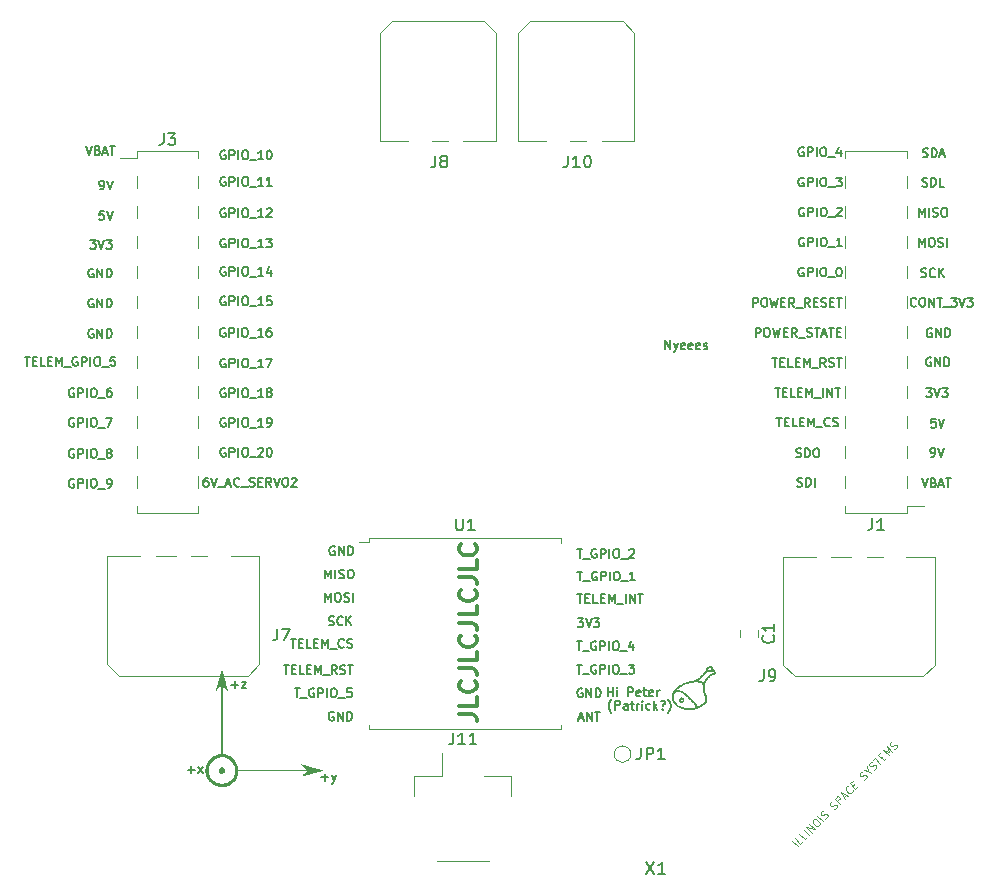
<source format=gbr>
%TF.GenerationSoftware,KiCad,Pcbnew,6.0.1*%
%TF.CreationDate,2022-02-10T22:23:25-06:00*%
%TF.ProjectId,COTS_TELEM,434f5453-5f54-4454-9c45-4d2e6b696361,rev?*%
%TF.SameCoordinates,Original*%
%TF.FileFunction,Legend,Top*%
%TF.FilePolarity,Positive*%
%FSLAX46Y46*%
G04 Gerber Fmt 4.6, Leading zero omitted, Abs format (unit mm)*
G04 Created by KiCad (PCBNEW 6.0.1) date 2022-02-10 22:23:25*
%MOMM*%
%LPD*%
G01*
G04 APERTURE LIST*
%ADD10C,0.150000*%
%ADD11C,0.100000*%
%ADD12C,0.300000*%
%ADD13C,0.120000*%
G04 APERTURE END LIST*
D10*
X12132142Y5560714D02*
X12132142Y6310714D01*
X12560714Y5560714D01*
X12560714Y6310714D01*
X12846428Y6060714D02*
X13025000Y5560714D01*
X13203571Y6060714D02*
X13025000Y5560714D01*
X12953571Y5382142D01*
X12917857Y5346428D01*
X12846428Y5310714D01*
X13775000Y5596428D02*
X13703571Y5560714D01*
X13560714Y5560714D01*
X13489285Y5596428D01*
X13453571Y5667857D01*
X13453571Y5953571D01*
X13489285Y6025000D01*
X13560714Y6060714D01*
X13703571Y6060714D01*
X13775000Y6025000D01*
X13810714Y5953571D01*
X13810714Y5882142D01*
X13453571Y5810714D01*
X14417857Y5596428D02*
X14346428Y5560714D01*
X14203571Y5560714D01*
X14132142Y5596428D01*
X14096428Y5667857D01*
X14096428Y5953571D01*
X14132142Y6025000D01*
X14203571Y6060714D01*
X14346428Y6060714D01*
X14417857Y6025000D01*
X14453571Y5953571D01*
X14453571Y5882142D01*
X14096428Y5810714D01*
X15060714Y5596428D02*
X14989285Y5560714D01*
X14846428Y5560714D01*
X14775000Y5596428D01*
X14739285Y5667857D01*
X14739285Y5953571D01*
X14775000Y6025000D01*
X14846428Y6060714D01*
X14989285Y6060714D01*
X15060714Y6025000D01*
X15096428Y5953571D01*
X15096428Y5882142D01*
X14739285Y5810714D01*
X15382142Y5596428D02*
X15453571Y5560714D01*
X15596428Y5560714D01*
X15667857Y5596428D01*
X15703571Y5667857D01*
X15703571Y5703571D01*
X15667857Y5775000D01*
X15596428Y5810714D01*
X15489285Y5810714D01*
X15417857Y5846428D01*
X15382142Y5917857D01*
X15382142Y5953571D01*
X15417857Y6025000D01*
X15489285Y6060714D01*
X15596428Y6060714D01*
X15667857Y6025000D01*
X-26599285Y-5319285D02*
X-26742142Y-5319285D01*
X-26813571Y-5355000D01*
X-26849285Y-5390714D01*
X-26920714Y-5497857D01*
X-26956428Y-5640714D01*
X-26956428Y-5926428D01*
X-26920714Y-5997857D01*
X-26885000Y-6033571D01*
X-26813571Y-6069285D01*
X-26670714Y-6069285D01*
X-26599285Y-6033571D01*
X-26563571Y-5997857D01*
X-26527857Y-5926428D01*
X-26527857Y-5747857D01*
X-26563571Y-5676428D01*
X-26599285Y-5640714D01*
X-26670714Y-5605000D01*
X-26813571Y-5605000D01*
X-26885000Y-5640714D01*
X-26920714Y-5676428D01*
X-26956428Y-5747857D01*
X-26313571Y-5319285D02*
X-26063571Y-6069285D01*
X-25813571Y-5319285D01*
X-25742142Y-6140714D02*
X-25170714Y-6140714D01*
X-25027857Y-5855000D02*
X-24670714Y-5855000D01*
X-25099285Y-6069285D02*
X-24849285Y-5319285D01*
X-24599285Y-6069285D01*
X-23920714Y-5997857D02*
X-23956428Y-6033571D01*
X-24063571Y-6069285D01*
X-24135000Y-6069285D01*
X-24242142Y-6033571D01*
X-24313571Y-5962142D01*
X-24349285Y-5890714D01*
X-24385000Y-5747857D01*
X-24385000Y-5640714D01*
X-24349285Y-5497857D01*
X-24313571Y-5426428D01*
X-24242142Y-5355000D01*
X-24135000Y-5319285D01*
X-24063571Y-5319285D01*
X-23956428Y-5355000D01*
X-23920714Y-5390714D01*
X-23777857Y-6140714D02*
X-23206428Y-6140714D01*
X-23063571Y-6033571D02*
X-22956428Y-6069285D01*
X-22777857Y-6069285D01*
X-22706428Y-6033571D01*
X-22670714Y-5997857D01*
X-22635000Y-5926428D01*
X-22635000Y-5855000D01*
X-22670714Y-5783571D01*
X-22706428Y-5747857D01*
X-22777857Y-5712142D01*
X-22920714Y-5676428D01*
X-22992142Y-5640714D01*
X-23027857Y-5605000D01*
X-23063571Y-5533571D01*
X-23063571Y-5462142D01*
X-23027857Y-5390714D01*
X-22992142Y-5355000D01*
X-22920714Y-5319285D01*
X-22742142Y-5319285D01*
X-22635000Y-5355000D01*
X-22313571Y-5676428D02*
X-22063571Y-5676428D01*
X-21956428Y-6069285D02*
X-22313571Y-6069285D01*
X-22313571Y-5319285D01*
X-21956428Y-5319285D01*
X-21206428Y-6069285D02*
X-21456428Y-5712142D01*
X-21635000Y-6069285D02*
X-21635000Y-5319285D01*
X-21349285Y-5319285D01*
X-21277857Y-5355000D01*
X-21242142Y-5390714D01*
X-21206428Y-5462142D01*
X-21206428Y-5569285D01*
X-21242142Y-5640714D01*
X-21277857Y-5676428D01*
X-21349285Y-5712142D01*
X-21635000Y-5712142D01*
X-20992142Y-5319285D02*
X-20742142Y-6069285D01*
X-20492142Y-5319285D01*
X-20099285Y-5319285D02*
X-19956428Y-5319285D01*
X-19885000Y-5355000D01*
X-19813571Y-5426428D01*
X-19777857Y-5569285D01*
X-19777857Y-5819285D01*
X-19813571Y-5962142D01*
X-19885000Y-6033571D01*
X-19956428Y-6069285D01*
X-20099285Y-6069285D01*
X-20170714Y-6033571D01*
X-20242142Y-5962142D01*
X-20277857Y-5819285D01*
X-20277857Y-5569285D01*
X-20242142Y-5426428D01*
X-20170714Y-5355000D01*
X-20099285Y-5319285D01*
X-19492142Y-5390714D02*
X-19456428Y-5355000D01*
X-19385000Y-5319285D01*
X-19206428Y-5319285D01*
X-19135000Y-5355000D01*
X-19099285Y-5390714D01*
X-19063571Y-5462142D01*
X-19063571Y-5533571D01*
X-19099285Y-5640714D01*
X-19527857Y-6069285D01*
X-19063571Y-6069285D01*
X33379285Y9242142D02*
X33343571Y9206428D01*
X33236428Y9170714D01*
X33165000Y9170714D01*
X33057857Y9206428D01*
X32986428Y9277857D01*
X32950714Y9349285D01*
X32915000Y9492142D01*
X32915000Y9599285D01*
X32950714Y9742142D01*
X32986428Y9813571D01*
X33057857Y9885000D01*
X33165000Y9920714D01*
X33236428Y9920714D01*
X33343571Y9885000D01*
X33379285Y9849285D01*
X33843571Y9920714D02*
X33986428Y9920714D01*
X34057857Y9885000D01*
X34129285Y9813571D01*
X34165000Y9670714D01*
X34165000Y9420714D01*
X34129285Y9277857D01*
X34057857Y9206428D01*
X33986428Y9170714D01*
X33843571Y9170714D01*
X33772142Y9206428D01*
X33700714Y9277857D01*
X33665000Y9420714D01*
X33665000Y9670714D01*
X33700714Y9813571D01*
X33772142Y9885000D01*
X33843571Y9920714D01*
X34486428Y9170714D02*
X34486428Y9920714D01*
X34915000Y9170714D01*
X34915000Y9920714D01*
X35165000Y9920714D02*
X35593571Y9920714D01*
X35379285Y9170714D02*
X35379285Y9920714D01*
X35665000Y9099285D02*
X36236428Y9099285D01*
X36343571Y9920714D02*
X36807857Y9920714D01*
X36557857Y9635000D01*
X36665000Y9635000D01*
X36736428Y9599285D01*
X36772142Y9563571D01*
X36807857Y9492142D01*
X36807857Y9313571D01*
X36772142Y9242142D01*
X36736428Y9206428D01*
X36665000Y9170714D01*
X36450714Y9170714D01*
X36379285Y9206428D01*
X36343571Y9242142D01*
X37022142Y9920714D02*
X37272142Y9170714D01*
X37522142Y9920714D01*
X37700714Y9920714D02*
X38165000Y9920714D01*
X37915000Y9635000D01*
X38022142Y9635000D01*
X38093571Y9599285D01*
X38129285Y9563571D01*
X38165000Y9492142D01*
X38165000Y9313571D01*
X38129285Y9242142D01*
X38093571Y9206428D01*
X38022142Y9170714D01*
X37807857Y9170714D01*
X37736428Y9206428D01*
X37700714Y9242142D01*
X-42099600Y4895714D02*
X-41671028Y4895714D01*
X-41885314Y4145714D02*
X-41885314Y4895714D01*
X-41421028Y4538571D02*
X-41171028Y4538571D01*
X-41063885Y4145714D02*
X-41421028Y4145714D01*
X-41421028Y4895714D01*
X-41063885Y4895714D01*
X-40385314Y4145714D02*
X-40742457Y4145714D01*
X-40742457Y4895714D01*
X-40135314Y4538571D02*
X-39885314Y4538571D01*
X-39778171Y4145714D02*
X-40135314Y4145714D01*
X-40135314Y4895714D01*
X-39778171Y4895714D01*
X-39456742Y4145714D02*
X-39456742Y4895714D01*
X-39206742Y4360000D01*
X-38956742Y4895714D01*
X-38956742Y4145714D01*
X-38778171Y4074285D02*
X-38206742Y4074285D01*
X-37635314Y4860000D02*
X-37706742Y4895714D01*
X-37813885Y4895714D01*
X-37921028Y4860000D01*
X-37992457Y4788571D01*
X-38028171Y4717142D01*
X-38063885Y4574285D01*
X-38063885Y4467142D01*
X-38028171Y4324285D01*
X-37992457Y4252857D01*
X-37921028Y4181428D01*
X-37813885Y4145714D01*
X-37742457Y4145714D01*
X-37635314Y4181428D01*
X-37599600Y4217142D01*
X-37599600Y4467142D01*
X-37742457Y4467142D01*
X-37278171Y4145714D02*
X-37278171Y4895714D01*
X-36992457Y4895714D01*
X-36921028Y4860000D01*
X-36885314Y4824285D01*
X-36849600Y4752857D01*
X-36849600Y4645714D01*
X-36885314Y4574285D01*
X-36921028Y4538571D01*
X-36992457Y4502857D01*
X-37278171Y4502857D01*
X-36528171Y4145714D02*
X-36528171Y4895714D01*
X-36028171Y4895714D02*
X-35885314Y4895714D01*
X-35813885Y4860000D01*
X-35742457Y4788571D01*
X-35706742Y4645714D01*
X-35706742Y4395714D01*
X-35742457Y4252857D01*
X-35813885Y4181428D01*
X-35885314Y4145714D01*
X-36028171Y4145714D01*
X-36099600Y4181428D01*
X-36171028Y4252857D01*
X-36206742Y4395714D01*
X-36206742Y4645714D01*
X-36171028Y4788571D01*
X-36099600Y4860000D01*
X-36028171Y4895714D01*
X-35563885Y4074285D02*
X-34992457Y4074285D01*
X-34456742Y4895714D02*
X-34813885Y4895714D01*
X-34849600Y4538571D01*
X-34813885Y4574285D01*
X-34742457Y4610000D01*
X-34563885Y4610000D01*
X-34492457Y4574285D01*
X-34456742Y4538571D01*
X-34421028Y4467142D01*
X-34421028Y4288571D01*
X-34456742Y4217142D01*
X-34492457Y4181428D01*
X-34563885Y4145714D01*
X-34742457Y4145714D01*
X-34813885Y4181428D01*
X-34849600Y4217142D01*
X-37937171Y-5450000D02*
X-38008599Y-5414285D01*
X-38115742Y-5414285D01*
X-38222885Y-5450000D01*
X-38294314Y-5521428D01*
X-38330028Y-5592857D01*
X-38365742Y-5735714D01*
X-38365742Y-5842857D01*
X-38330028Y-5985714D01*
X-38294314Y-6057142D01*
X-38222885Y-6128571D01*
X-38115742Y-6164285D01*
X-38044314Y-6164285D01*
X-37937171Y-6128571D01*
X-37901456Y-6092857D01*
X-37901456Y-5842857D01*
X-38044314Y-5842857D01*
X-37580028Y-6164285D02*
X-37580028Y-5414285D01*
X-37294314Y-5414285D01*
X-37222885Y-5450000D01*
X-37187171Y-5485714D01*
X-37151456Y-5557142D01*
X-37151456Y-5664285D01*
X-37187171Y-5735714D01*
X-37222885Y-5771428D01*
X-37294314Y-5807142D01*
X-37580028Y-5807142D01*
X-36830028Y-6164285D02*
X-36830028Y-5414285D01*
X-36330028Y-5414285D02*
X-36187171Y-5414285D01*
X-36115742Y-5450000D01*
X-36044314Y-5521428D01*
X-36008599Y-5664285D01*
X-36008599Y-5914285D01*
X-36044314Y-6057142D01*
X-36115742Y-6128571D01*
X-36187171Y-6164285D01*
X-36330028Y-6164285D01*
X-36401456Y-6128571D01*
X-36472885Y-6057142D01*
X-36508599Y-5914285D01*
X-36508599Y-5664285D01*
X-36472885Y-5521428D01*
X-36401456Y-5450000D01*
X-36330028Y-5414285D01*
X-35865742Y-6235714D02*
X-35294314Y-6235714D01*
X-35080028Y-6164285D02*
X-34937171Y-6164285D01*
X-34865742Y-6128571D01*
X-34830028Y-6092857D01*
X-34758599Y-5985714D01*
X-34722885Y-5842857D01*
X-34722885Y-5557142D01*
X-34758599Y-5485714D01*
X-34794314Y-5450000D01*
X-34865742Y-5414285D01*
X-35008599Y-5414285D01*
X-35080028Y-5450000D01*
X-35115742Y-5485714D01*
X-35151456Y-5557142D01*
X-35151456Y-5735714D01*
X-35115742Y-5807142D01*
X-35080028Y-5842857D01*
X-35008599Y-5878571D01*
X-34865742Y-5878571D01*
X-34794314Y-5842857D01*
X-34758599Y-5807142D01*
X-34722885Y-5735714D01*
X23217857Y-3553571D02*
X23325000Y-3589285D01*
X23503571Y-3589285D01*
X23575000Y-3553571D01*
X23610714Y-3517857D01*
X23646428Y-3446428D01*
X23646428Y-3375000D01*
X23610714Y-3303571D01*
X23575000Y-3267857D01*
X23503571Y-3232142D01*
X23360714Y-3196428D01*
X23289285Y-3160714D01*
X23253571Y-3125000D01*
X23217857Y-3053571D01*
X23217857Y-2982142D01*
X23253571Y-2910714D01*
X23289285Y-2875000D01*
X23360714Y-2839285D01*
X23539285Y-2839285D01*
X23646428Y-2875000D01*
X23967857Y-3589285D02*
X23967857Y-2839285D01*
X24146428Y-2839285D01*
X24253571Y-2875000D01*
X24325000Y-2946428D01*
X24360714Y-3017857D01*
X24396428Y-3160714D01*
X24396428Y-3267857D01*
X24360714Y-3410714D01*
X24325000Y-3482142D01*
X24253571Y-3553571D01*
X24146428Y-3589285D01*
X23967857Y-3589285D01*
X24860714Y-2839285D02*
X25003571Y-2839285D01*
X25075000Y-2875000D01*
X25146428Y-2946428D01*
X25182142Y-3089285D01*
X25182142Y-3339285D01*
X25146428Y-3482142D01*
X25075000Y-3553571D01*
X25003571Y-3589285D01*
X24860714Y-3589285D01*
X24789285Y-3553571D01*
X24717857Y-3482142D01*
X24682142Y-3339285D01*
X24682142Y-3089285D01*
X24717857Y-2946428D01*
X24789285Y-2875000D01*
X24860714Y-2839285D01*
X35027142Y-319285D02*
X34670000Y-319285D01*
X34634285Y-676428D01*
X34670000Y-640714D01*
X34741428Y-605000D01*
X34920000Y-605000D01*
X34991428Y-640714D01*
X35027142Y-676428D01*
X35062857Y-747857D01*
X35062857Y-926428D01*
X35027142Y-997857D01*
X34991428Y-1033571D01*
X34920000Y-1069285D01*
X34741428Y-1069285D01*
X34670000Y-1033571D01*
X34634285Y-997857D01*
X35277142Y-319285D02*
X35527142Y-1069285D01*
X35777142Y-319285D01*
X-24589285Y-22853571D02*
X-24017857Y-22853571D01*
X-24303571Y-23139285D02*
X-24303571Y-22567857D01*
X-23732142Y-22639285D02*
X-23339285Y-22639285D01*
X-23732142Y-23139285D01*
X-23339285Y-23139285D01*
D11*
X23343801Y-36542044D02*
X22884182Y-36082424D01*
X23781534Y-36104311D02*
X23562668Y-36323177D01*
X23103048Y-35863558D01*
X24153607Y-35732238D02*
X23934741Y-35951105D01*
X23475121Y-35491485D01*
X24306813Y-35579032D02*
X23847194Y-35119412D01*
X24525680Y-35360165D02*
X24066060Y-34900546D01*
X24788319Y-35097526D01*
X24328700Y-34637906D01*
X24635113Y-34331493D02*
X24722660Y-34243947D01*
X24788319Y-34222060D01*
X24875866Y-34222060D01*
X24985299Y-34287720D01*
X25138506Y-34440926D01*
X25204166Y-34550360D01*
X25204166Y-34637906D01*
X25182279Y-34703566D01*
X25094732Y-34791113D01*
X25029073Y-34812999D01*
X24941526Y-34812999D01*
X24832093Y-34747339D01*
X24678886Y-34594133D01*
X24613226Y-34484700D01*
X24613226Y-34397153D01*
X24635113Y-34331493D01*
X25488692Y-34397153D02*
X25029073Y-33937534D01*
X25663785Y-34178287D02*
X25751332Y-34134514D01*
X25860765Y-34025080D01*
X25882651Y-33959420D01*
X25882651Y-33915647D01*
X25860765Y-33849987D01*
X25816991Y-33806214D01*
X25751332Y-33784327D01*
X25707558Y-33784327D01*
X25641898Y-33806214D01*
X25532465Y-33871874D01*
X25466805Y-33893761D01*
X25423032Y-33893761D01*
X25357372Y-33871874D01*
X25313599Y-33828101D01*
X25291712Y-33762441D01*
X25291712Y-33718667D01*
X25313599Y-33653008D01*
X25423032Y-33543574D01*
X25510579Y-33499801D01*
X26451704Y-33390368D02*
X26539251Y-33346595D01*
X26648684Y-33237161D01*
X26670570Y-33171501D01*
X26670570Y-33127728D01*
X26648684Y-33062068D01*
X26604910Y-33018295D01*
X26539251Y-32996408D01*
X26495477Y-32996408D01*
X26429817Y-33018295D01*
X26320384Y-33083955D01*
X26254724Y-33105842D01*
X26210951Y-33105842D01*
X26145291Y-33083955D01*
X26101518Y-33040182D01*
X26079631Y-32974522D01*
X26079631Y-32930748D01*
X26101518Y-32865089D01*
X26210951Y-32755655D01*
X26298498Y-32711882D01*
X26933210Y-32952635D02*
X26473591Y-32493016D01*
X26648684Y-32317923D01*
X26714344Y-32296036D01*
X26758117Y-32296036D01*
X26823777Y-32317923D01*
X26889437Y-32383582D01*
X26911323Y-32449242D01*
X26911323Y-32493016D01*
X26889437Y-32558676D01*
X26714344Y-32733769D01*
X27239623Y-32383582D02*
X27458489Y-32164716D01*
X27327170Y-32558676D02*
X27020757Y-31945850D01*
X27633582Y-32252263D01*
X28005655Y-31792643D02*
X28005655Y-31836417D01*
X27961882Y-31923963D01*
X27918109Y-31967736D01*
X27830562Y-32011510D01*
X27743016Y-32011510D01*
X27677356Y-31989623D01*
X27567923Y-31923963D01*
X27502263Y-31858303D01*
X27436603Y-31748870D01*
X27414716Y-31683210D01*
X27414716Y-31595663D01*
X27458489Y-31508117D01*
X27502263Y-31464344D01*
X27589809Y-31420570D01*
X27633582Y-31420570D01*
X28005655Y-31398684D02*
X28158862Y-31245477D01*
X28465275Y-31420570D02*
X28246408Y-31639437D01*
X27786789Y-31179817D01*
X28005655Y-30960951D01*
X28968667Y-30873404D02*
X29056214Y-30829631D01*
X29165647Y-30720198D01*
X29187534Y-30654538D01*
X29187534Y-30610765D01*
X29165647Y-30545105D01*
X29121874Y-30501332D01*
X29056214Y-30479445D01*
X29012441Y-30479445D01*
X28946781Y-30501332D01*
X28837348Y-30566991D01*
X28771688Y-30588878D01*
X28727914Y-30588878D01*
X28662254Y-30566991D01*
X28618481Y-30523218D01*
X28596595Y-30457558D01*
X28596595Y-30413785D01*
X28618481Y-30348125D01*
X28727914Y-30238692D01*
X28815461Y-30194919D01*
X29318854Y-30129259D02*
X29537720Y-30348125D01*
X28924894Y-30041712D02*
X29318854Y-30129259D01*
X29231307Y-29735299D01*
X29800360Y-30041712D02*
X29887906Y-29997939D01*
X29997339Y-29888506D01*
X30019226Y-29822846D01*
X30019226Y-29779073D01*
X29997339Y-29713413D01*
X29953566Y-29669639D01*
X29887906Y-29647753D01*
X29844133Y-29647753D01*
X29778473Y-29669639D01*
X29669040Y-29735299D01*
X29603380Y-29757186D01*
X29559607Y-29757186D01*
X29493947Y-29735299D01*
X29450173Y-29691526D01*
X29428287Y-29625866D01*
X29428287Y-29582093D01*
X29450173Y-29516433D01*
X29559607Y-29407000D01*
X29647153Y-29363226D01*
X29756586Y-29210020D02*
X30019226Y-28947380D01*
X30347526Y-29538319D02*
X29887906Y-29078700D01*
X30391299Y-29013040D02*
X30544505Y-28859834D01*
X30850918Y-29034927D02*
X30632052Y-29253793D01*
X30172433Y-28794174D01*
X30391299Y-28575307D01*
X31047898Y-28837947D02*
X30588279Y-28378328D01*
X31069785Y-28553421D01*
X30894692Y-28071915D01*
X31354311Y-28531534D01*
X31529404Y-28312668D02*
X31616951Y-28268894D01*
X31726384Y-28159461D01*
X31748271Y-28093801D01*
X31748271Y-28050028D01*
X31726384Y-27984368D01*
X31682611Y-27940595D01*
X31616951Y-27918708D01*
X31573177Y-27918708D01*
X31507517Y-27940595D01*
X31398084Y-28006255D01*
X31332424Y-28028141D01*
X31288651Y-28028141D01*
X31222991Y-28006255D01*
X31179218Y-27962482D01*
X31157331Y-27896822D01*
X31157331Y-27853048D01*
X31179218Y-27787388D01*
X31288651Y-27677955D01*
X31376198Y-27634182D01*
D10*
X-19244285Y-23139285D02*
X-18815714Y-23139285D01*
X-19030000Y-23889285D02*
X-19030000Y-23139285D01*
X-18744285Y-23960714D02*
X-18172857Y-23960714D01*
X-17601428Y-23175000D02*
X-17672857Y-23139285D01*
X-17780000Y-23139285D01*
X-17887142Y-23175000D01*
X-17958571Y-23246428D01*
X-17994285Y-23317857D01*
X-18030000Y-23460714D01*
X-18030000Y-23567857D01*
X-17994285Y-23710714D01*
X-17958571Y-23782142D01*
X-17887142Y-23853571D01*
X-17780000Y-23889285D01*
X-17708571Y-23889285D01*
X-17601428Y-23853571D01*
X-17565714Y-23817857D01*
X-17565714Y-23567857D01*
X-17708571Y-23567857D01*
X-17244285Y-23889285D02*
X-17244285Y-23139285D01*
X-16958571Y-23139285D01*
X-16887142Y-23175000D01*
X-16851428Y-23210714D01*
X-16815714Y-23282142D01*
X-16815714Y-23389285D01*
X-16851428Y-23460714D01*
X-16887142Y-23496428D01*
X-16958571Y-23532142D01*
X-17244285Y-23532142D01*
X-16494285Y-23889285D02*
X-16494285Y-23139285D01*
X-15994285Y-23139285D02*
X-15851428Y-23139285D01*
X-15780000Y-23175000D01*
X-15708571Y-23246428D01*
X-15672857Y-23389285D01*
X-15672857Y-23639285D01*
X-15708571Y-23782142D01*
X-15780000Y-23853571D01*
X-15851428Y-23889285D01*
X-15994285Y-23889285D01*
X-16065714Y-23853571D01*
X-16137142Y-23782142D01*
X-16172857Y-23639285D01*
X-16172857Y-23389285D01*
X-16137142Y-23246428D01*
X-16065714Y-23175000D01*
X-15994285Y-23139285D01*
X-15530000Y-23960714D02*
X-14958571Y-23960714D01*
X-14422857Y-23139285D02*
X-14780000Y-23139285D01*
X-14815714Y-23496428D01*
X-14780000Y-23460714D01*
X-14708571Y-23425000D01*
X-14530000Y-23425000D01*
X-14458571Y-23460714D01*
X-14422857Y-23496428D01*
X-14387142Y-23567857D01*
X-14387142Y-23746428D01*
X-14422857Y-23817857D01*
X-14458571Y-23853571D01*
X-14530000Y-23889285D01*
X-14708571Y-23889285D01*
X-14780000Y-23853571D01*
X-14815714Y-23817857D01*
X33805714Y11706428D02*
X33912857Y11670714D01*
X34091428Y11670714D01*
X34162857Y11706428D01*
X34198571Y11742142D01*
X34234285Y11813571D01*
X34234285Y11885000D01*
X34198571Y11956428D01*
X34162857Y11992142D01*
X34091428Y12027857D01*
X33948571Y12063571D01*
X33877142Y12099285D01*
X33841428Y12135000D01*
X33805714Y12206428D01*
X33805714Y12277857D01*
X33841428Y12349285D01*
X33877142Y12385000D01*
X33948571Y12420714D01*
X34127142Y12420714D01*
X34234285Y12385000D01*
X34984285Y11742142D02*
X34948571Y11706428D01*
X34841428Y11670714D01*
X34770000Y11670714D01*
X34662857Y11706428D01*
X34591428Y11777857D01*
X34555714Y11849285D01*
X34520000Y11992142D01*
X34520000Y12099285D01*
X34555714Y12242142D01*
X34591428Y12313571D01*
X34662857Y12385000D01*
X34770000Y12420714D01*
X34841428Y12420714D01*
X34948571Y12385000D01*
X34984285Y12349285D01*
X35305714Y11670714D02*
X35305714Y12420714D01*
X35734285Y11670714D02*
X35412857Y12099285D01*
X35734285Y12420714D02*
X35305714Y11992142D01*
X21211428Y4820714D02*
X21640000Y4820714D01*
X21425714Y4070714D02*
X21425714Y4820714D01*
X21890000Y4463571D02*
X22140000Y4463571D01*
X22247142Y4070714D02*
X21890000Y4070714D01*
X21890000Y4820714D01*
X22247142Y4820714D01*
X22925714Y4070714D02*
X22568571Y4070714D01*
X22568571Y4820714D01*
X23175714Y4463571D02*
X23425714Y4463571D01*
X23532857Y4070714D02*
X23175714Y4070714D01*
X23175714Y4820714D01*
X23532857Y4820714D01*
X23854285Y4070714D02*
X23854285Y4820714D01*
X24104285Y4285000D01*
X24354285Y4820714D01*
X24354285Y4070714D01*
X24532857Y3999285D02*
X25104285Y3999285D01*
X25711428Y4070714D02*
X25461428Y4427857D01*
X25282857Y4070714D02*
X25282857Y4820714D01*
X25568571Y4820714D01*
X25640000Y4785000D01*
X25675714Y4749285D01*
X25711428Y4677857D01*
X25711428Y4570714D01*
X25675714Y4499285D01*
X25640000Y4463571D01*
X25568571Y4427857D01*
X25282857Y4427857D01*
X25997142Y4106428D02*
X26104285Y4070714D01*
X26282857Y4070714D01*
X26354285Y4106428D01*
X26390000Y4142142D01*
X26425714Y4213571D01*
X26425714Y4285000D01*
X26390000Y4356428D01*
X26354285Y4392142D01*
X26282857Y4427857D01*
X26140000Y4463571D01*
X26068571Y4499285D01*
X26032857Y4535000D01*
X25997142Y4606428D01*
X25997142Y4677857D01*
X26032857Y4749285D01*
X26068571Y4785000D01*
X26140000Y4820714D01*
X26318571Y4820714D01*
X26425714Y4785000D01*
X26640000Y4820714D02*
X27068571Y4820714D01*
X26854285Y4070714D02*
X26854285Y4820714D01*
X-25115600Y22364600D02*
X-25187028Y22400314D01*
X-25294171Y22400314D01*
X-25401314Y22364600D01*
X-25472742Y22293171D01*
X-25508457Y22221742D01*
X-25544171Y22078885D01*
X-25544171Y21971742D01*
X-25508457Y21828885D01*
X-25472742Y21757457D01*
X-25401314Y21686028D01*
X-25294171Y21650314D01*
X-25222742Y21650314D01*
X-25115600Y21686028D01*
X-25079885Y21721742D01*
X-25079885Y21971742D01*
X-25222742Y21971742D01*
X-24758457Y21650314D02*
X-24758457Y22400314D01*
X-24472742Y22400314D01*
X-24401314Y22364600D01*
X-24365600Y22328885D01*
X-24329885Y22257457D01*
X-24329885Y22150314D01*
X-24365600Y22078885D01*
X-24401314Y22043171D01*
X-24472742Y22007457D01*
X-24758457Y22007457D01*
X-24008457Y21650314D02*
X-24008457Y22400314D01*
X-23508457Y22400314D02*
X-23365600Y22400314D01*
X-23294171Y22364600D01*
X-23222742Y22293171D01*
X-23187028Y22150314D01*
X-23187028Y21900314D01*
X-23222742Y21757457D01*
X-23294171Y21686028D01*
X-23365600Y21650314D01*
X-23508457Y21650314D01*
X-23579885Y21686028D01*
X-23651314Y21757457D01*
X-23687028Y21900314D01*
X-23687028Y22150314D01*
X-23651314Y22293171D01*
X-23579885Y22364600D01*
X-23508457Y22400314D01*
X-23044171Y21578885D02*
X-22472742Y21578885D01*
X-21901314Y21650314D02*
X-22329885Y21650314D01*
X-22115600Y21650314D02*
X-22115600Y22400314D01*
X-22187028Y22293171D01*
X-22258457Y22221742D01*
X-22329885Y22186028D01*
X-21437028Y22400314D02*
X-21365600Y22400314D01*
X-21294171Y22364600D01*
X-21258457Y22328885D01*
X-21222742Y22257457D01*
X-21187028Y22114600D01*
X-21187028Y21936028D01*
X-21222742Y21793171D01*
X-21258457Y21721742D01*
X-21294171Y21686028D01*
X-21365600Y21650314D01*
X-21437028Y21650314D01*
X-21508457Y21686028D01*
X-21544171Y21721742D01*
X-21579885Y21793171D01*
X-21615600Y21936028D01*
X-21615600Y22114600D01*
X-21579885Y22257457D01*
X-21544171Y22328885D01*
X-21508457Y22364600D01*
X-21437028Y22400314D01*
X4792857Y-25685000D02*
X5150000Y-25685000D01*
X4721428Y-25899285D02*
X4971428Y-25149285D01*
X5221428Y-25899285D01*
X5471428Y-25899285D02*
X5471428Y-25149285D01*
X5900000Y-25899285D01*
X5900000Y-25149285D01*
X6150000Y-25149285D02*
X6578571Y-25149285D01*
X6364285Y-25899285D02*
X6364285Y-25149285D01*
X-25125000Y7325000D02*
X-25196428Y7360714D01*
X-25303571Y7360714D01*
X-25410714Y7325000D01*
X-25482142Y7253571D01*
X-25517857Y7182142D01*
X-25553571Y7039285D01*
X-25553571Y6932142D01*
X-25517857Y6789285D01*
X-25482142Y6717857D01*
X-25410714Y6646428D01*
X-25303571Y6610714D01*
X-25232142Y6610714D01*
X-25125000Y6646428D01*
X-25089285Y6682142D01*
X-25089285Y6932142D01*
X-25232142Y6932142D01*
X-24767857Y6610714D02*
X-24767857Y7360714D01*
X-24482142Y7360714D01*
X-24410714Y7325000D01*
X-24375000Y7289285D01*
X-24339285Y7217857D01*
X-24339285Y7110714D01*
X-24375000Y7039285D01*
X-24410714Y7003571D01*
X-24482142Y6967857D01*
X-24767857Y6967857D01*
X-24017857Y6610714D02*
X-24017857Y7360714D01*
X-23517857Y7360714D02*
X-23375000Y7360714D01*
X-23303571Y7325000D01*
X-23232142Y7253571D01*
X-23196428Y7110714D01*
X-23196428Y6860714D01*
X-23232142Y6717857D01*
X-23303571Y6646428D01*
X-23375000Y6610714D01*
X-23517857Y6610714D01*
X-23589285Y6646428D01*
X-23660714Y6717857D01*
X-23696428Y6860714D01*
X-23696428Y7110714D01*
X-23660714Y7253571D01*
X-23589285Y7325000D01*
X-23517857Y7360714D01*
X-23053571Y6539285D02*
X-22482142Y6539285D01*
X-21910714Y6610714D02*
X-22339285Y6610714D01*
X-22125000Y6610714D02*
X-22125000Y7360714D01*
X-22196428Y7253571D01*
X-22267857Y7182142D01*
X-22339285Y7146428D01*
X-21267857Y7360714D02*
X-21410714Y7360714D01*
X-21482142Y7325000D01*
X-21517857Y7289285D01*
X-21589285Y7182142D01*
X-21625000Y7039285D01*
X-21625000Y6753571D01*
X-21589285Y6682142D01*
X-21553571Y6646428D01*
X-21482142Y6610714D01*
X-21339285Y6610714D01*
X-21267857Y6646428D01*
X-21232142Y6682142D01*
X-21196428Y6753571D01*
X-21196428Y6932142D01*
X-21232142Y7003571D01*
X-21267857Y7039285D01*
X-21339285Y7075000D01*
X-21482142Y7075000D01*
X-21553571Y7039285D01*
X-21589285Y7003571D01*
X-21625000Y6932142D01*
X-37937171Y2230000D02*
X-38008599Y2265714D01*
X-38115742Y2265714D01*
X-38222885Y2230000D01*
X-38294314Y2158571D01*
X-38330028Y2087142D01*
X-38365742Y1944285D01*
X-38365742Y1837142D01*
X-38330028Y1694285D01*
X-38294314Y1622857D01*
X-38222885Y1551428D01*
X-38115742Y1515714D01*
X-38044314Y1515714D01*
X-37937171Y1551428D01*
X-37901456Y1587142D01*
X-37901456Y1837142D01*
X-38044314Y1837142D01*
X-37580028Y1515714D02*
X-37580028Y2265714D01*
X-37294314Y2265714D01*
X-37222885Y2230000D01*
X-37187171Y2194285D01*
X-37151456Y2122857D01*
X-37151456Y2015714D01*
X-37187171Y1944285D01*
X-37222885Y1908571D01*
X-37294314Y1872857D01*
X-37580028Y1872857D01*
X-36830028Y1515714D02*
X-36830028Y2265714D01*
X-36330028Y2265714D02*
X-36187171Y2265714D01*
X-36115742Y2230000D01*
X-36044314Y2158571D01*
X-36008599Y2015714D01*
X-36008599Y1765714D01*
X-36044314Y1622857D01*
X-36115742Y1551428D01*
X-36187171Y1515714D01*
X-36330028Y1515714D01*
X-36401456Y1551428D01*
X-36472885Y1622857D01*
X-36508599Y1765714D01*
X-36508599Y2015714D01*
X-36472885Y2158571D01*
X-36401456Y2230000D01*
X-36330028Y2265714D01*
X-35865742Y1444285D02*
X-35294314Y1444285D01*
X-34794314Y2265714D02*
X-34937171Y2265714D01*
X-35008599Y2230000D01*
X-35044314Y2194285D01*
X-35115742Y2087142D01*
X-35151456Y1944285D01*
X-35151456Y1658571D01*
X-35115742Y1587142D01*
X-35080028Y1551428D01*
X-35008599Y1515714D01*
X-34865742Y1515714D01*
X-34794314Y1551428D01*
X-34758599Y1587142D01*
X-34722885Y1658571D01*
X-34722885Y1837142D01*
X-34758599Y1908571D01*
X-34794314Y1944285D01*
X-34865742Y1980000D01*
X-35008599Y1980000D01*
X-35080028Y1944285D01*
X-35115742Y1908571D01*
X-35151456Y1837142D01*
X34645714Y-3529285D02*
X34788571Y-3529285D01*
X34860000Y-3493571D01*
X34895714Y-3457857D01*
X34967142Y-3350714D01*
X35002857Y-3207857D01*
X35002857Y-2922142D01*
X34967142Y-2850714D01*
X34931428Y-2815000D01*
X34860000Y-2779285D01*
X34717142Y-2779285D01*
X34645714Y-2815000D01*
X34610000Y-2850714D01*
X34574285Y-2922142D01*
X34574285Y-3100714D01*
X34610000Y-3172142D01*
X34645714Y-3207857D01*
X34717142Y-3243571D01*
X34860000Y-3243571D01*
X34931428Y-3207857D01*
X34967142Y-3172142D01*
X35002857Y-3100714D01*
X35217142Y-2779285D02*
X35467142Y-3529285D01*
X35717142Y-2779285D01*
X33897142Y19366428D02*
X34004285Y19330714D01*
X34182857Y19330714D01*
X34254285Y19366428D01*
X34290000Y19402142D01*
X34325714Y19473571D01*
X34325714Y19545000D01*
X34290000Y19616428D01*
X34254285Y19652142D01*
X34182857Y19687857D01*
X34040000Y19723571D01*
X33968571Y19759285D01*
X33932857Y19795000D01*
X33897142Y19866428D01*
X33897142Y19937857D01*
X33932857Y20009285D01*
X33968571Y20045000D01*
X34040000Y20080714D01*
X34218571Y20080714D01*
X34325714Y20045000D01*
X34647142Y19330714D02*
X34647142Y20080714D01*
X34825714Y20080714D01*
X34932857Y20045000D01*
X35004285Y19973571D01*
X35040000Y19902142D01*
X35075714Y19759285D01*
X35075714Y19652142D01*
X35040000Y19509285D01*
X35004285Y19437857D01*
X34932857Y19366428D01*
X34825714Y19330714D01*
X34647142Y19330714D01*
X35754285Y19330714D02*
X35397142Y19330714D01*
X35397142Y20080714D01*
X4635714Y-19159285D02*
X5064285Y-19159285D01*
X4850000Y-19909285D02*
X4850000Y-19159285D01*
X5135714Y-19980714D02*
X5707142Y-19980714D01*
X6278571Y-19195000D02*
X6207142Y-19159285D01*
X6100000Y-19159285D01*
X5992857Y-19195000D01*
X5921428Y-19266428D01*
X5885714Y-19337857D01*
X5850000Y-19480714D01*
X5850000Y-19587857D01*
X5885714Y-19730714D01*
X5921428Y-19802142D01*
X5992857Y-19873571D01*
X6100000Y-19909285D01*
X6171428Y-19909285D01*
X6278571Y-19873571D01*
X6314285Y-19837857D01*
X6314285Y-19587857D01*
X6171428Y-19587857D01*
X6635714Y-19909285D02*
X6635714Y-19159285D01*
X6921428Y-19159285D01*
X6992857Y-19195000D01*
X7028571Y-19230714D01*
X7064285Y-19302142D01*
X7064285Y-19409285D01*
X7028571Y-19480714D01*
X6992857Y-19516428D01*
X6921428Y-19552142D01*
X6635714Y-19552142D01*
X7385714Y-19909285D02*
X7385714Y-19159285D01*
X7885714Y-19159285D02*
X8028571Y-19159285D01*
X8100000Y-19195000D01*
X8171428Y-19266428D01*
X8207142Y-19409285D01*
X8207142Y-19659285D01*
X8171428Y-19802142D01*
X8100000Y-19873571D01*
X8028571Y-19909285D01*
X7885714Y-19909285D01*
X7814285Y-19873571D01*
X7742857Y-19802142D01*
X7707142Y-19659285D01*
X7707142Y-19409285D01*
X7742857Y-19266428D01*
X7814285Y-19195000D01*
X7885714Y-19159285D01*
X8350000Y-19980714D02*
X8921428Y-19980714D01*
X9421428Y-19409285D02*
X9421428Y-19909285D01*
X9242857Y-19123571D02*
X9064285Y-19659285D01*
X9528571Y-19659285D01*
X-35722885Y19085714D02*
X-35580028Y19085714D01*
X-35508600Y19121428D01*
X-35472885Y19157142D01*
X-35401457Y19264285D01*
X-35365742Y19407142D01*
X-35365742Y19692857D01*
X-35401457Y19764285D01*
X-35437171Y19800000D01*
X-35508600Y19835714D01*
X-35651457Y19835714D01*
X-35722885Y19800000D01*
X-35758600Y19764285D01*
X-35794314Y19692857D01*
X-35794314Y19514285D01*
X-35758600Y19442857D01*
X-35722885Y19407142D01*
X-35651457Y19371428D01*
X-35508600Y19371428D01*
X-35437171Y19407142D01*
X-35401457Y19442857D01*
X-35365742Y19514285D01*
X-35151457Y19835714D02*
X-34901457Y19085714D01*
X-34651457Y19835714D01*
X4695714Y-13269285D02*
X5124285Y-13269285D01*
X4910000Y-14019285D02*
X4910000Y-13269285D01*
X5195714Y-14090714D02*
X5767142Y-14090714D01*
X6338571Y-13305000D02*
X6267142Y-13269285D01*
X6160000Y-13269285D01*
X6052857Y-13305000D01*
X5981428Y-13376428D01*
X5945714Y-13447857D01*
X5910000Y-13590714D01*
X5910000Y-13697857D01*
X5945714Y-13840714D01*
X5981428Y-13912142D01*
X6052857Y-13983571D01*
X6160000Y-14019285D01*
X6231428Y-14019285D01*
X6338571Y-13983571D01*
X6374285Y-13947857D01*
X6374285Y-13697857D01*
X6231428Y-13697857D01*
X6695714Y-14019285D02*
X6695714Y-13269285D01*
X6981428Y-13269285D01*
X7052857Y-13305000D01*
X7088571Y-13340714D01*
X7124285Y-13412142D01*
X7124285Y-13519285D01*
X7088571Y-13590714D01*
X7052857Y-13626428D01*
X6981428Y-13662142D01*
X6695714Y-13662142D01*
X7445714Y-14019285D02*
X7445714Y-13269285D01*
X7945714Y-13269285D02*
X8088571Y-13269285D01*
X8160000Y-13305000D01*
X8231428Y-13376428D01*
X8267142Y-13519285D01*
X8267142Y-13769285D01*
X8231428Y-13912142D01*
X8160000Y-13983571D01*
X8088571Y-14019285D01*
X7945714Y-14019285D01*
X7874285Y-13983571D01*
X7802857Y-13912142D01*
X7767142Y-13769285D01*
X7767142Y-13519285D01*
X7802857Y-13376428D01*
X7874285Y-13305000D01*
X7945714Y-13269285D01*
X8410000Y-14090714D02*
X8981428Y-14090714D01*
X9552857Y-14019285D02*
X9124285Y-14019285D01*
X9338571Y-14019285D02*
X9338571Y-13269285D01*
X9267142Y-13376428D01*
X9195714Y-13447857D01*
X9124285Y-13483571D01*
X-25115600Y12501200D02*
X-25187028Y12536914D01*
X-25294171Y12536914D01*
X-25401314Y12501200D01*
X-25472742Y12429771D01*
X-25508457Y12358342D01*
X-25544171Y12215485D01*
X-25544171Y12108342D01*
X-25508457Y11965485D01*
X-25472742Y11894057D01*
X-25401314Y11822628D01*
X-25294171Y11786914D01*
X-25222742Y11786914D01*
X-25115600Y11822628D01*
X-25079885Y11858342D01*
X-25079885Y12108342D01*
X-25222742Y12108342D01*
X-24758457Y11786914D02*
X-24758457Y12536914D01*
X-24472742Y12536914D01*
X-24401314Y12501200D01*
X-24365600Y12465485D01*
X-24329885Y12394057D01*
X-24329885Y12286914D01*
X-24365600Y12215485D01*
X-24401314Y12179771D01*
X-24472742Y12144057D01*
X-24758457Y12144057D01*
X-24008457Y11786914D02*
X-24008457Y12536914D01*
X-23508457Y12536914D02*
X-23365600Y12536914D01*
X-23294171Y12501200D01*
X-23222742Y12429771D01*
X-23187028Y12286914D01*
X-23187028Y12036914D01*
X-23222742Y11894057D01*
X-23294171Y11822628D01*
X-23365600Y11786914D01*
X-23508457Y11786914D01*
X-23579885Y11822628D01*
X-23651314Y11894057D01*
X-23687028Y12036914D01*
X-23687028Y12286914D01*
X-23651314Y12429771D01*
X-23579885Y12501200D01*
X-23508457Y12536914D01*
X-23044171Y11715485D02*
X-22472742Y11715485D01*
X-21901314Y11786914D02*
X-22329885Y11786914D01*
X-22115600Y11786914D02*
X-22115600Y12536914D01*
X-22187028Y12429771D01*
X-22258457Y12358342D01*
X-22329885Y12322628D01*
X-21258457Y12286914D02*
X-21258457Y11786914D01*
X-21437028Y12572628D02*
X-21615600Y12036914D01*
X-21151314Y12036914D01*
X-25115600Y20104600D02*
X-25187028Y20140314D01*
X-25294171Y20140314D01*
X-25401314Y20104600D01*
X-25472742Y20033171D01*
X-25508457Y19961742D01*
X-25544171Y19818885D01*
X-25544171Y19711742D01*
X-25508457Y19568885D01*
X-25472742Y19497457D01*
X-25401314Y19426028D01*
X-25294171Y19390314D01*
X-25222742Y19390314D01*
X-25115600Y19426028D01*
X-25079885Y19461742D01*
X-25079885Y19711742D01*
X-25222742Y19711742D01*
X-24758457Y19390314D02*
X-24758457Y20140314D01*
X-24472742Y20140314D01*
X-24401314Y20104600D01*
X-24365600Y20068885D01*
X-24329885Y19997457D01*
X-24329885Y19890314D01*
X-24365600Y19818885D01*
X-24401314Y19783171D01*
X-24472742Y19747457D01*
X-24758457Y19747457D01*
X-24008457Y19390314D02*
X-24008457Y20140314D01*
X-23508457Y20140314D02*
X-23365600Y20140314D01*
X-23294171Y20104600D01*
X-23222742Y20033171D01*
X-23187028Y19890314D01*
X-23187028Y19640314D01*
X-23222742Y19497457D01*
X-23294171Y19426028D01*
X-23365600Y19390314D01*
X-23508457Y19390314D01*
X-23579885Y19426028D01*
X-23651314Y19497457D01*
X-23687028Y19640314D01*
X-23687028Y19890314D01*
X-23651314Y20033171D01*
X-23579885Y20104600D01*
X-23508457Y20140314D01*
X-23044171Y19318885D02*
X-22472742Y19318885D01*
X-21901314Y19390314D02*
X-22329885Y19390314D01*
X-22115600Y19390314D02*
X-22115600Y20140314D01*
X-22187028Y20033171D01*
X-22258457Y19961742D01*
X-22329885Y19926028D01*
X-21187028Y19390314D02*
X-21615600Y19390314D01*
X-21401314Y19390314D02*
X-21401314Y20140314D01*
X-21472742Y20033171D01*
X-21544171Y19961742D01*
X-21615600Y19926028D01*
X-25115600Y-300400D02*
X-25187028Y-264685D01*
X-25294171Y-264685D01*
X-25401314Y-300400D01*
X-25472742Y-371828D01*
X-25508457Y-443257D01*
X-25544171Y-586114D01*
X-25544171Y-693257D01*
X-25508457Y-836114D01*
X-25472742Y-907542D01*
X-25401314Y-978971D01*
X-25294171Y-1014685D01*
X-25222742Y-1014685D01*
X-25115600Y-978971D01*
X-25079885Y-943257D01*
X-25079885Y-693257D01*
X-25222742Y-693257D01*
X-24758457Y-1014685D02*
X-24758457Y-264685D01*
X-24472742Y-264685D01*
X-24401314Y-300400D01*
X-24365600Y-336114D01*
X-24329885Y-407542D01*
X-24329885Y-514685D01*
X-24365600Y-586114D01*
X-24401314Y-621828D01*
X-24472742Y-657542D01*
X-24758457Y-657542D01*
X-24008457Y-1014685D02*
X-24008457Y-264685D01*
X-23508457Y-264685D02*
X-23365600Y-264685D01*
X-23294171Y-300400D01*
X-23222742Y-371828D01*
X-23187028Y-514685D01*
X-23187028Y-764685D01*
X-23222742Y-907542D01*
X-23294171Y-978971D01*
X-23365600Y-1014685D01*
X-23508457Y-1014685D01*
X-23579885Y-978971D01*
X-23651314Y-907542D01*
X-23687028Y-764685D01*
X-23687028Y-514685D01*
X-23651314Y-371828D01*
X-23579885Y-300400D01*
X-23508457Y-264685D01*
X-23044171Y-1086114D02*
X-22472742Y-1086114D01*
X-21901314Y-1014685D02*
X-22329885Y-1014685D01*
X-22115600Y-1014685D02*
X-22115600Y-264685D01*
X-22187028Y-371828D01*
X-22258457Y-443257D01*
X-22329885Y-478971D01*
X-21544171Y-1014685D02*
X-21401314Y-1014685D01*
X-21329885Y-978971D01*
X-21294171Y-943257D01*
X-21222742Y-836114D01*
X-21187028Y-693257D01*
X-21187028Y-407542D01*
X-21222742Y-336114D01*
X-21258457Y-300400D01*
X-21329885Y-264685D01*
X-21472742Y-264685D01*
X-21544171Y-300400D01*
X-21579885Y-336114D01*
X-21615600Y-407542D01*
X-21615600Y-586114D01*
X-21579885Y-657542D01*
X-21544171Y-693257D01*
X-21472742Y-728971D01*
X-21329885Y-728971D01*
X-21258457Y-693257D01*
X-21222742Y-657542D01*
X-21187028Y-586114D01*
X-36294313Y9810000D02*
X-36365742Y9845714D01*
X-36472885Y9845714D01*
X-36580027Y9810000D01*
X-36651456Y9738571D01*
X-36687170Y9667142D01*
X-36722885Y9524285D01*
X-36722885Y9417142D01*
X-36687170Y9274285D01*
X-36651456Y9202857D01*
X-36580027Y9131428D01*
X-36472885Y9095714D01*
X-36401456Y9095714D01*
X-36294313Y9131428D01*
X-36258599Y9167142D01*
X-36258599Y9417142D01*
X-36401456Y9417142D01*
X-35937170Y9095714D02*
X-35937170Y9845714D01*
X-35508599Y9095714D01*
X-35508599Y9845714D01*
X-35151456Y9095714D02*
X-35151456Y9845714D01*
X-34972885Y9845714D01*
X-34865742Y9810000D01*
X-34794313Y9738571D01*
X-34758599Y9667142D01*
X-34722885Y9524285D01*
X-34722885Y9417142D01*
X-34758599Y9274285D01*
X-34794313Y9202857D01*
X-34865742Y9131428D01*
X-34972885Y9095714D01*
X-35151456Y9095714D01*
X21557142Y-229285D02*
X21985714Y-229285D01*
X21771428Y-979285D02*
X21771428Y-229285D01*
X22235714Y-586428D02*
X22485714Y-586428D01*
X22592857Y-979285D02*
X22235714Y-979285D01*
X22235714Y-229285D01*
X22592857Y-229285D01*
X23271428Y-979285D02*
X22914285Y-979285D01*
X22914285Y-229285D01*
X23521428Y-586428D02*
X23771428Y-586428D01*
X23878571Y-979285D02*
X23521428Y-979285D01*
X23521428Y-229285D01*
X23878571Y-229285D01*
X24200000Y-979285D02*
X24200000Y-229285D01*
X24450000Y-765000D01*
X24700000Y-229285D01*
X24700000Y-979285D01*
X24878571Y-1050714D02*
X25450000Y-1050714D01*
X26057142Y-907857D02*
X26021428Y-943571D01*
X25914285Y-979285D01*
X25842857Y-979285D01*
X25735714Y-943571D01*
X25664285Y-872142D01*
X25628571Y-800714D01*
X25592857Y-657857D01*
X25592857Y-550714D01*
X25628571Y-407857D01*
X25664285Y-336428D01*
X25735714Y-265000D01*
X25842857Y-229285D01*
X25914285Y-229285D01*
X26021428Y-265000D01*
X26057142Y-300714D01*
X26342857Y-943571D02*
X26450000Y-979285D01*
X26628571Y-979285D01*
X26700000Y-943571D01*
X26735714Y-907857D01*
X26771428Y-836428D01*
X26771428Y-765000D01*
X26735714Y-693571D01*
X26700000Y-657857D01*
X26628571Y-622142D01*
X26485714Y-586428D01*
X26414285Y-550714D01*
X26378571Y-515000D01*
X26342857Y-443571D01*
X26342857Y-372142D01*
X26378571Y-300714D01*
X26414285Y-265000D01*
X26485714Y-229285D01*
X26664285Y-229285D01*
X26771428Y-265000D01*
X-16971428Y-30678571D02*
X-16400000Y-30678571D01*
X-16685714Y-30964285D02*
X-16685714Y-30392857D01*
X-16114285Y-30464285D02*
X-15935714Y-30964285D01*
X-15757142Y-30464285D02*
X-15935714Y-30964285D01*
X-16007142Y-31142857D01*
X-16042857Y-31178571D01*
X-16114285Y-31214285D01*
X-25115600Y-2815000D02*
X-25187028Y-2779285D01*
X-25294171Y-2779285D01*
X-25401314Y-2815000D01*
X-25472742Y-2886428D01*
X-25508457Y-2957857D01*
X-25544171Y-3100714D01*
X-25544171Y-3207857D01*
X-25508457Y-3350714D01*
X-25472742Y-3422142D01*
X-25401314Y-3493571D01*
X-25294171Y-3529285D01*
X-25222742Y-3529285D01*
X-25115600Y-3493571D01*
X-25079885Y-3457857D01*
X-25079885Y-3207857D01*
X-25222742Y-3207857D01*
X-24758457Y-3529285D02*
X-24758457Y-2779285D01*
X-24472742Y-2779285D01*
X-24401314Y-2815000D01*
X-24365600Y-2850714D01*
X-24329885Y-2922142D01*
X-24329885Y-3029285D01*
X-24365600Y-3100714D01*
X-24401314Y-3136428D01*
X-24472742Y-3172142D01*
X-24758457Y-3172142D01*
X-24008457Y-3529285D02*
X-24008457Y-2779285D01*
X-23508457Y-2779285D02*
X-23365600Y-2779285D01*
X-23294171Y-2815000D01*
X-23222742Y-2886428D01*
X-23187028Y-3029285D01*
X-23187028Y-3279285D01*
X-23222742Y-3422142D01*
X-23294171Y-3493571D01*
X-23365600Y-3529285D01*
X-23508457Y-3529285D01*
X-23579885Y-3493571D01*
X-23651314Y-3422142D01*
X-23687028Y-3279285D01*
X-23687028Y-3029285D01*
X-23651314Y-2886428D01*
X-23579885Y-2815000D01*
X-23508457Y-2779285D01*
X-23044171Y-3600714D02*
X-22472742Y-3600714D01*
X-22329885Y-2850714D02*
X-22294171Y-2815000D01*
X-22222742Y-2779285D01*
X-22044171Y-2779285D01*
X-21972742Y-2815000D01*
X-21937028Y-2850714D01*
X-21901314Y-2922142D01*
X-21901314Y-2993571D01*
X-21937028Y-3100714D01*
X-22365600Y-3529285D01*
X-21901314Y-3529285D01*
X-21437028Y-2779285D02*
X-21365600Y-2779285D01*
X-21294171Y-2815000D01*
X-21258457Y-2850714D01*
X-21222742Y-2922142D01*
X-21187028Y-3065000D01*
X-21187028Y-3243571D01*
X-21222742Y-3386428D01*
X-21258457Y-3457857D01*
X-21294171Y-3493571D01*
X-21365600Y-3529285D01*
X-21437028Y-3529285D01*
X-21508457Y-3493571D01*
X-21544171Y-3457857D01*
X-21579885Y-3386428D01*
X-21615600Y-3243571D01*
X-21615600Y-3065000D01*
X-21579885Y-2922142D01*
X-21544171Y-2850714D01*
X-21508457Y-2815000D01*
X-21437028Y-2779285D01*
X-20178571Y-21199285D02*
X-19750000Y-21199285D01*
X-19964285Y-21949285D02*
X-19964285Y-21199285D01*
X-19500000Y-21556428D02*
X-19250000Y-21556428D01*
X-19142857Y-21949285D02*
X-19500000Y-21949285D01*
X-19500000Y-21199285D01*
X-19142857Y-21199285D01*
X-18464285Y-21949285D02*
X-18821428Y-21949285D01*
X-18821428Y-21199285D01*
X-18214285Y-21556428D02*
X-17964285Y-21556428D01*
X-17857142Y-21949285D02*
X-18214285Y-21949285D01*
X-18214285Y-21199285D01*
X-17857142Y-21199285D01*
X-17535714Y-21949285D02*
X-17535714Y-21199285D01*
X-17285714Y-21735000D01*
X-17035714Y-21199285D01*
X-17035714Y-21949285D01*
X-16857142Y-22020714D02*
X-16285714Y-22020714D01*
X-15678571Y-21949285D02*
X-15928571Y-21592142D01*
X-16107142Y-21949285D02*
X-16107142Y-21199285D01*
X-15821428Y-21199285D01*
X-15750000Y-21235000D01*
X-15714285Y-21270714D01*
X-15678571Y-21342142D01*
X-15678571Y-21449285D01*
X-15714285Y-21520714D01*
X-15750000Y-21556428D01*
X-15821428Y-21592142D01*
X-16107142Y-21592142D01*
X-15392857Y-21913571D02*
X-15285714Y-21949285D01*
X-15107142Y-21949285D01*
X-15035714Y-21913571D01*
X-15000000Y-21877857D01*
X-14964285Y-21806428D01*
X-14964285Y-21735000D01*
X-15000000Y-21663571D01*
X-15035714Y-21627857D01*
X-15107142Y-21592142D01*
X-15250000Y-21556428D01*
X-15321428Y-21520714D01*
X-15357142Y-21485000D01*
X-15392857Y-21413571D01*
X-15392857Y-21342142D01*
X-15357142Y-21270714D01*
X-15321428Y-21235000D01*
X-15250000Y-21199285D01*
X-15071428Y-21199285D01*
X-14964285Y-21235000D01*
X-14750000Y-21199285D02*
X-14321428Y-21199285D01*
X-14535714Y-21949285D02*
X-14535714Y-21199285D01*
X-25115600Y4728800D02*
X-25187028Y4764514D01*
X-25294171Y4764514D01*
X-25401314Y4728800D01*
X-25472742Y4657371D01*
X-25508457Y4585942D01*
X-25544171Y4443085D01*
X-25544171Y4335942D01*
X-25508457Y4193085D01*
X-25472742Y4121657D01*
X-25401314Y4050228D01*
X-25294171Y4014514D01*
X-25222742Y4014514D01*
X-25115600Y4050228D01*
X-25079885Y4085942D01*
X-25079885Y4335942D01*
X-25222742Y4335942D01*
X-24758457Y4014514D02*
X-24758457Y4764514D01*
X-24472742Y4764514D01*
X-24401314Y4728800D01*
X-24365600Y4693085D01*
X-24329885Y4621657D01*
X-24329885Y4514514D01*
X-24365600Y4443085D01*
X-24401314Y4407371D01*
X-24472742Y4371657D01*
X-24758457Y4371657D01*
X-24008457Y4014514D02*
X-24008457Y4764514D01*
X-23508457Y4764514D02*
X-23365600Y4764514D01*
X-23294171Y4728800D01*
X-23222742Y4657371D01*
X-23187028Y4514514D01*
X-23187028Y4264514D01*
X-23222742Y4121657D01*
X-23294171Y4050228D01*
X-23365600Y4014514D01*
X-23508457Y4014514D01*
X-23579885Y4050228D01*
X-23651314Y4121657D01*
X-23687028Y4264514D01*
X-23687028Y4514514D01*
X-23651314Y4657371D01*
X-23579885Y4728800D01*
X-23508457Y4764514D01*
X-23044171Y3943085D02*
X-22472742Y3943085D01*
X-21901314Y4014514D02*
X-22329885Y4014514D01*
X-22115600Y4014514D02*
X-22115600Y4764514D01*
X-22187028Y4657371D01*
X-22258457Y4585942D01*
X-22329885Y4550228D01*
X-21651314Y4764514D02*
X-21151314Y4764514D01*
X-21472742Y4014514D01*
X7267142Y-23819285D02*
X7267142Y-23069285D01*
X7267142Y-23426428D02*
X7695714Y-23426428D01*
X7695714Y-23819285D02*
X7695714Y-23069285D01*
X8052857Y-23819285D02*
X8052857Y-23319285D01*
X8052857Y-23069285D02*
X8017142Y-23105000D01*
X8052857Y-23140714D01*
X8088571Y-23105000D01*
X8052857Y-23069285D01*
X8052857Y-23140714D01*
X8981428Y-23819285D02*
X8981428Y-23069285D01*
X9267142Y-23069285D01*
X9338571Y-23105000D01*
X9374285Y-23140714D01*
X9410000Y-23212142D01*
X9410000Y-23319285D01*
X9374285Y-23390714D01*
X9338571Y-23426428D01*
X9267142Y-23462142D01*
X8981428Y-23462142D01*
X10017142Y-23783571D02*
X9945714Y-23819285D01*
X9802857Y-23819285D01*
X9731428Y-23783571D01*
X9695714Y-23712142D01*
X9695714Y-23426428D01*
X9731428Y-23355000D01*
X9802857Y-23319285D01*
X9945714Y-23319285D01*
X10017142Y-23355000D01*
X10052857Y-23426428D01*
X10052857Y-23497857D01*
X9695714Y-23569285D01*
X10267142Y-23319285D02*
X10552857Y-23319285D01*
X10374285Y-23069285D02*
X10374285Y-23712142D01*
X10410000Y-23783571D01*
X10481428Y-23819285D01*
X10552857Y-23819285D01*
X11088571Y-23783571D02*
X11017142Y-23819285D01*
X10874285Y-23819285D01*
X10802857Y-23783571D01*
X10767142Y-23712142D01*
X10767142Y-23426428D01*
X10802857Y-23355000D01*
X10874285Y-23319285D01*
X11017142Y-23319285D01*
X11088571Y-23355000D01*
X11124285Y-23426428D01*
X11124285Y-23497857D01*
X10767142Y-23569285D01*
X11445714Y-23819285D02*
X11445714Y-23319285D01*
X11445714Y-23462142D02*
X11481428Y-23390714D01*
X11517142Y-23355000D01*
X11588571Y-23319285D01*
X11660000Y-23319285D01*
X4665714Y-11349285D02*
X5094285Y-11349285D01*
X4880000Y-12099285D02*
X4880000Y-11349285D01*
X5165714Y-12170714D02*
X5737142Y-12170714D01*
X6308571Y-11385000D02*
X6237142Y-11349285D01*
X6130000Y-11349285D01*
X6022857Y-11385000D01*
X5951428Y-11456428D01*
X5915714Y-11527857D01*
X5880000Y-11670714D01*
X5880000Y-11777857D01*
X5915714Y-11920714D01*
X5951428Y-11992142D01*
X6022857Y-12063571D01*
X6130000Y-12099285D01*
X6201428Y-12099285D01*
X6308571Y-12063571D01*
X6344285Y-12027857D01*
X6344285Y-11777857D01*
X6201428Y-11777857D01*
X6665714Y-12099285D02*
X6665714Y-11349285D01*
X6951428Y-11349285D01*
X7022857Y-11385000D01*
X7058571Y-11420714D01*
X7094285Y-11492142D01*
X7094285Y-11599285D01*
X7058571Y-11670714D01*
X7022857Y-11706428D01*
X6951428Y-11742142D01*
X6665714Y-11742142D01*
X7415714Y-12099285D02*
X7415714Y-11349285D01*
X7915714Y-11349285D02*
X8058571Y-11349285D01*
X8130000Y-11385000D01*
X8201428Y-11456428D01*
X8237142Y-11599285D01*
X8237142Y-11849285D01*
X8201428Y-11992142D01*
X8130000Y-12063571D01*
X8058571Y-12099285D01*
X7915714Y-12099285D01*
X7844285Y-12063571D01*
X7772857Y-11992142D01*
X7737142Y-11849285D01*
X7737142Y-11599285D01*
X7772857Y-11456428D01*
X7844285Y-11385000D01*
X7915714Y-11349285D01*
X8380000Y-12170714D02*
X8951428Y-12170714D01*
X9094285Y-11420714D02*
X9130000Y-11385000D01*
X9201428Y-11349285D01*
X9380000Y-11349285D01*
X9451428Y-11385000D01*
X9487142Y-11420714D01*
X9522857Y-11492142D01*
X9522857Y-11563571D01*
X9487142Y-11670714D01*
X9058571Y-12099285D01*
X9522857Y-12099285D01*
X23847142Y20055000D02*
X23775714Y20090714D01*
X23668571Y20090714D01*
X23561428Y20055000D01*
X23490000Y19983571D01*
X23454285Y19912142D01*
X23418571Y19769285D01*
X23418571Y19662142D01*
X23454285Y19519285D01*
X23490000Y19447857D01*
X23561428Y19376428D01*
X23668571Y19340714D01*
X23740000Y19340714D01*
X23847142Y19376428D01*
X23882857Y19412142D01*
X23882857Y19662142D01*
X23740000Y19662142D01*
X24204285Y19340714D02*
X24204285Y20090714D01*
X24490000Y20090714D01*
X24561428Y20055000D01*
X24597142Y20019285D01*
X24632857Y19947857D01*
X24632857Y19840714D01*
X24597142Y19769285D01*
X24561428Y19733571D01*
X24490000Y19697857D01*
X24204285Y19697857D01*
X24954285Y19340714D02*
X24954285Y20090714D01*
X25454285Y20090714D02*
X25597142Y20090714D01*
X25668571Y20055000D01*
X25740000Y19983571D01*
X25775714Y19840714D01*
X25775714Y19590714D01*
X25740000Y19447857D01*
X25668571Y19376428D01*
X25597142Y19340714D01*
X25454285Y19340714D01*
X25382857Y19376428D01*
X25311428Y19447857D01*
X25275714Y19590714D01*
X25275714Y19840714D01*
X25311428Y19983571D01*
X25382857Y20055000D01*
X25454285Y20090714D01*
X25918571Y19269285D02*
X26490000Y19269285D01*
X26597142Y20090714D02*
X27061428Y20090714D01*
X26811428Y19805000D01*
X26918571Y19805000D01*
X26990000Y19769285D01*
X27025714Y19733571D01*
X27061428Y19662142D01*
X27061428Y19483571D01*
X27025714Y19412142D01*
X26990000Y19376428D01*
X26918571Y19340714D01*
X26704285Y19340714D01*
X26632857Y19376428D01*
X26597142Y19412142D01*
X19782857Y6610714D02*
X19782857Y7360714D01*
X20068571Y7360714D01*
X20140000Y7325000D01*
X20175714Y7289285D01*
X20211428Y7217857D01*
X20211428Y7110714D01*
X20175714Y7039285D01*
X20140000Y7003571D01*
X20068571Y6967857D01*
X19782857Y6967857D01*
X20675714Y7360714D02*
X20818571Y7360714D01*
X20890000Y7325000D01*
X20961428Y7253571D01*
X20997142Y7110714D01*
X20997142Y6860714D01*
X20961428Y6717857D01*
X20890000Y6646428D01*
X20818571Y6610714D01*
X20675714Y6610714D01*
X20604285Y6646428D01*
X20532857Y6717857D01*
X20497142Y6860714D01*
X20497142Y7110714D01*
X20532857Y7253571D01*
X20604285Y7325000D01*
X20675714Y7360714D01*
X21247142Y7360714D02*
X21425714Y6610714D01*
X21568571Y7146428D01*
X21711428Y6610714D01*
X21890000Y7360714D01*
X22175714Y7003571D02*
X22425714Y7003571D01*
X22532857Y6610714D02*
X22175714Y6610714D01*
X22175714Y7360714D01*
X22532857Y7360714D01*
X23282857Y6610714D02*
X23032857Y6967857D01*
X22854285Y6610714D02*
X22854285Y7360714D01*
X23140000Y7360714D01*
X23211428Y7325000D01*
X23247142Y7289285D01*
X23282857Y7217857D01*
X23282857Y7110714D01*
X23247142Y7039285D01*
X23211428Y7003571D01*
X23140000Y6967857D01*
X22854285Y6967857D01*
X23425714Y6539285D02*
X23997142Y6539285D01*
X24140000Y6646428D02*
X24247142Y6610714D01*
X24425714Y6610714D01*
X24497142Y6646428D01*
X24532857Y6682142D01*
X24568571Y6753571D01*
X24568571Y6825000D01*
X24532857Y6896428D01*
X24497142Y6932142D01*
X24425714Y6967857D01*
X24282857Y7003571D01*
X24211428Y7039285D01*
X24175714Y7075000D01*
X24140000Y7146428D01*
X24140000Y7217857D01*
X24175714Y7289285D01*
X24211428Y7325000D01*
X24282857Y7360714D01*
X24461428Y7360714D01*
X24568571Y7325000D01*
X24782857Y7360714D02*
X25211428Y7360714D01*
X24997142Y6610714D02*
X24997142Y7360714D01*
X25425714Y6825000D02*
X25782857Y6825000D01*
X25354285Y6610714D02*
X25604285Y7360714D01*
X25854285Y6610714D01*
X25997142Y7360714D02*
X26425714Y7360714D01*
X26211428Y6610714D02*
X26211428Y7360714D01*
X26675714Y7003571D02*
X26925714Y7003571D01*
X27032857Y6610714D02*
X26675714Y6610714D01*
X26675714Y7360714D01*
X27032857Y7360714D01*
X-35401457Y17265714D02*
X-35758600Y17265714D01*
X-35794314Y16908571D01*
X-35758600Y16944285D01*
X-35687171Y16980000D01*
X-35508600Y16980000D01*
X-35437171Y16944285D01*
X-35401457Y16908571D01*
X-35365742Y16837142D01*
X-35365742Y16658571D01*
X-35401457Y16587142D01*
X-35437171Y16551428D01*
X-35508600Y16515714D01*
X-35687171Y16515714D01*
X-35758600Y16551428D01*
X-35794314Y16587142D01*
X-35151457Y17265714D02*
X-34901457Y16515714D01*
X-34651457Y17265714D01*
X-36294313Y7240000D02*
X-36365742Y7275714D01*
X-36472885Y7275714D01*
X-36580027Y7240000D01*
X-36651456Y7168571D01*
X-36687170Y7097142D01*
X-36722885Y6954285D01*
X-36722885Y6847142D01*
X-36687170Y6704285D01*
X-36651456Y6632857D01*
X-36580027Y6561428D01*
X-36472885Y6525714D01*
X-36401456Y6525714D01*
X-36294313Y6561428D01*
X-36258599Y6597142D01*
X-36258599Y6847142D01*
X-36401456Y6847142D01*
X-35937170Y6525714D02*
X-35937170Y7275714D01*
X-35508599Y6525714D01*
X-35508599Y7275714D01*
X-35151456Y6525714D02*
X-35151456Y7275714D01*
X-34972885Y7275714D01*
X-34865742Y7240000D01*
X-34794313Y7168571D01*
X-34758599Y7097142D01*
X-34722885Y6954285D01*
X-34722885Y6847142D01*
X-34758599Y6704285D01*
X-34794313Y6632857D01*
X-34865742Y6561428D01*
X-34972885Y6525714D01*
X-35151456Y6525714D01*
X-36916742Y22747714D02*
X-36666742Y21997714D01*
X-36416742Y22747714D01*
X-35916742Y22390571D02*
X-35809600Y22354857D01*
X-35773885Y22319142D01*
X-35738171Y22247714D01*
X-35738171Y22140571D01*
X-35773885Y22069142D01*
X-35809600Y22033428D01*
X-35881028Y21997714D01*
X-36166742Y21997714D01*
X-36166742Y22747714D01*
X-35916742Y22747714D01*
X-35845314Y22712000D01*
X-35809600Y22676285D01*
X-35773885Y22604857D01*
X-35773885Y22533428D01*
X-35809600Y22462000D01*
X-35845314Y22426285D01*
X-35916742Y22390571D01*
X-36166742Y22390571D01*
X-35452457Y22212000D02*
X-35095314Y22212000D01*
X-35523885Y21997714D02*
X-35273885Y22747714D01*
X-35023885Y21997714D01*
X-34881028Y22747714D02*
X-34452457Y22747714D01*
X-34666742Y21997714D02*
X-34666742Y22747714D01*
X-36544314Y14795714D02*
X-36080028Y14795714D01*
X-36330028Y14510000D01*
X-36222885Y14510000D01*
X-36151457Y14474285D01*
X-36115743Y14438571D01*
X-36080028Y14367142D01*
X-36080028Y14188571D01*
X-36115743Y14117142D01*
X-36151457Y14081428D01*
X-36222885Y14045714D01*
X-36437171Y14045714D01*
X-36508600Y14081428D01*
X-36544314Y14117142D01*
X-35865743Y14795714D02*
X-35615743Y14045714D01*
X-35365743Y14795714D01*
X-35187171Y14795714D02*
X-34722885Y14795714D01*
X-34972885Y14510000D01*
X-34865743Y14510000D01*
X-34794314Y14474285D01*
X-34758600Y14438571D01*
X-34722885Y14367142D01*
X-34722885Y14188571D01*
X-34758600Y14117142D01*
X-34794314Y14081428D01*
X-34865743Y14045714D01*
X-35080028Y14045714D01*
X-35151457Y14081428D01*
X-35187171Y14117142D01*
X33949285Y21866428D02*
X34056428Y21830714D01*
X34235000Y21830714D01*
X34306428Y21866428D01*
X34342142Y21902142D01*
X34377857Y21973571D01*
X34377857Y22045000D01*
X34342142Y22116428D01*
X34306428Y22152142D01*
X34235000Y22187857D01*
X34092142Y22223571D01*
X34020714Y22259285D01*
X33985000Y22295000D01*
X33949285Y22366428D01*
X33949285Y22437857D01*
X33985000Y22509285D01*
X34020714Y22545000D01*
X34092142Y22580714D01*
X34270714Y22580714D01*
X34377857Y22545000D01*
X34699285Y21830714D02*
X34699285Y22580714D01*
X34877857Y22580714D01*
X34985000Y22545000D01*
X35056428Y22473571D01*
X35092142Y22402142D01*
X35127857Y22259285D01*
X35127857Y22152142D01*
X35092142Y22009285D01*
X35056428Y21937857D01*
X34985000Y21866428D01*
X34877857Y21830714D01*
X34699285Y21830714D01*
X35413571Y22045000D02*
X35770714Y22045000D01*
X35342142Y21830714D02*
X35592142Y22580714D01*
X35842142Y21830714D01*
X34241428Y2250714D02*
X34705714Y2250714D01*
X34455714Y1965000D01*
X34562857Y1965000D01*
X34634285Y1929285D01*
X34670000Y1893571D01*
X34705714Y1822142D01*
X34705714Y1643571D01*
X34670000Y1572142D01*
X34634285Y1536428D01*
X34562857Y1500714D01*
X34348571Y1500714D01*
X34277142Y1536428D01*
X34241428Y1572142D01*
X34920000Y2250714D02*
X35170000Y1500714D01*
X35420000Y2250714D01*
X35598571Y2250714D02*
X36062857Y2250714D01*
X35812857Y1965000D01*
X35920000Y1965000D01*
X35991428Y1929285D01*
X36027142Y1893571D01*
X36062857Y1822142D01*
X36062857Y1643571D01*
X36027142Y1572142D01*
X35991428Y1536428D01*
X35920000Y1500714D01*
X35705714Y1500714D01*
X35634285Y1536428D01*
X35598571Y1572142D01*
X4731428Y-17209285D02*
X5195714Y-17209285D01*
X4945714Y-17495000D01*
X5052857Y-17495000D01*
X5124285Y-17530714D01*
X5160000Y-17566428D01*
X5195714Y-17637857D01*
X5195714Y-17816428D01*
X5160000Y-17887857D01*
X5124285Y-17923571D01*
X5052857Y-17959285D01*
X4838571Y-17959285D01*
X4767142Y-17923571D01*
X4731428Y-17887857D01*
X5410000Y-17209285D02*
X5660000Y-17959285D01*
X5910000Y-17209285D01*
X6088571Y-17209285D02*
X6552857Y-17209285D01*
X6302857Y-17495000D01*
X6410000Y-17495000D01*
X6481428Y-17530714D01*
X6517142Y-17566428D01*
X6552857Y-17637857D01*
X6552857Y-17816428D01*
X6517142Y-17887857D01*
X6481428Y-17923571D01*
X6410000Y-17959285D01*
X6195714Y-17959285D01*
X6124285Y-17923571D01*
X6088571Y-17887857D01*
X-25115600Y9986600D02*
X-25187028Y10022314D01*
X-25294171Y10022314D01*
X-25401314Y9986600D01*
X-25472742Y9915171D01*
X-25508457Y9843742D01*
X-25544171Y9700885D01*
X-25544171Y9593742D01*
X-25508457Y9450885D01*
X-25472742Y9379457D01*
X-25401314Y9308028D01*
X-25294171Y9272314D01*
X-25222742Y9272314D01*
X-25115600Y9308028D01*
X-25079885Y9343742D01*
X-25079885Y9593742D01*
X-25222742Y9593742D01*
X-24758457Y9272314D02*
X-24758457Y10022314D01*
X-24472742Y10022314D01*
X-24401314Y9986600D01*
X-24365600Y9950885D01*
X-24329885Y9879457D01*
X-24329885Y9772314D01*
X-24365600Y9700885D01*
X-24401314Y9665171D01*
X-24472742Y9629457D01*
X-24758457Y9629457D01*
X-24008457Y9272314D02*
X-24008457Y10022314D01*
X-23508457Y10022314D02*
X-23365600Y10022314D01*
X-23294171Y9986600D01*
X-23222742Y9915171D01*
X-23187028Y9772314D01*
X-23187028Y9522314D01*
X-23222742Y9379457D01*
X-23294171Y9308028D01*
X-23365600Y9272314D01*
X-23508457Y9272314D01*
X-23579885Y9308028D01*
X-23651314Y9379457D01*
X-23687028Y9522314D01*
X-23687028Y9772314D01*
X-23651314Y9915171D01*
X-23579885Y9986600D01*
X-23508457Y10022314D01*
X-23044171Y9200885D02*
X-22472742Y9200885D01*
X-21901314Y9272314D02*
X-22329885Y9272314D01*
X-22115600Y9272314D02*
X-22115600Y10022314D01*
X-22187028Y9915171D01*
X-22258457Y9843742D01*
X-22329885Y9808028D01*
X-21222742Y10022314D02*
X-21579885Y10022314D01*
X-21615600Y9665171D01*
X-21579885Y9700885D01*
X-21508457Y9736600D01*
X-21329885Y9736600D01*
X-21258457Y9700885D01*
X-21222742Y9665171D01*
X-21187028Y9593742D01*
X-21187028Y9415171D01*
X-21222742Y9343742D01*
X-21258457Y9308028D01*
X-21329885Y9272314D01*
X-21508457Y9272314D01*
X-21579885Y9308028D01*
X-21615600Y9343742D01*
X23867142Y17515000D02*
X23795714Y17550714D01*
X23688571Y17550714D01*
X23581428Y17515000D01*
X23510000Y17443571D01*
X23474285Y17372142D01*
X23438571Y17229285D01*
X23438571Y17122142D01*
X23474285Y16979285D01*
X23510000Y16907857D01*
X23581428Y16836428D01*
X23688571Y16800714D01*
X23760000Y16800714D01*
X23867142Y16836428D01*
X23902857Y16872142D01*
X23902857Y17122142D01*
X23760000Y17122142D01*
X24224285Y16800714D02*
X24224285Y17550714D01*
X24510000Y17550714D01*
X24581428Y17515000D01*
X24617142Y17479285D01*
X24652857Y17407857D01*
X24652857Y17300714D01*
X24617142Y17229285D01*
X24581428Y17193571D01*
X24510000Y17157857D01*
X24224285Y17157857D01*
X24974285Y16800714D02*
X24974285Y17550714D01*
X25474285Y17550714D02*
X25617142Y17550714D01*
X25688571Y17515000D01*
X25760000Y17443571D01*
X25795714Y17300714D01*
X25795714Y17050714D01*
X25760000Y16907857D01*
X25688571Y16836428D01*
X25617142Y16800714D01*
X25474285Y16800714D01*
X25402857Y16836428D01*
X25331428Y16907857D01*
X25295714Y17050714D01*
X25295714Y17300714D01*
X25331428Y17443571D01*
X25402857Y17515000D01*
X25474285Y17550714D01*
X25938571Y16729285D02*
X26510000Y16729285D01*
X26652857Y17479285D02*
X26688571Y17515000D01*
X26760000Y17550714D01*
X26938571Y17550714D01*
X27010000Y17515000D01*
X27045714Y17479285D01*
X27081428Y17407857D01*
X27081428Y17336428D01*
X27045714Y17229285D01*
X26617142Y16800714D01*
X27081428Y16800714D01*
X-37937171Y-300000D02*
X-38008599Y-264285D01*
X-38115742Y-264285D01*
X-38222885Y-300000D01*
X-38294314Y-371428D01*
X-38330028Y-442857D01*
X-38365742Y-585714D01*
X-38365742Y-692857D01*
X-38330028Y-835714D01*
X-38294314Y-907142D01*
X-38222885Y-978571D01*
X-38115742Y-1014285D01*
X-38044314Y-1014285D01*
X-37937171Y-978571D01*
X-37901456Y-942857D01*
X-37901456Y-692857D01*
X-38044314Y-692857D01*
X-37580028Y-1014285D02*
X-37580028Y-264285D01*
X-37294314Y-264285D01*
X-37222885Y-300000D01*
X-37187171Y-335714D01*
X-37151456Y-407142D01*
X-37151456Y-514285D01*
X-37187171Y-585714D01*
X-37222885Y-621428D01*
X-37294314Y-657142D01*
X-37580028Y-657142D01*
X-36830028Y-1014285D02*
X-36830028Y-264285D01*
X-36330028Y-264285D02*
X-36187171Y-264285D01*
X-36115742Y-300000D01*
X-36044314Y-371428D01*
X-36008599Y-514285D01*
X-36008599Y-764285D01*
X-36044314Y-907142D01*
X-36115742Y-978571D01*
X-36187171Y-1014285D01*
X-36330028Y-1014285D01*
X-36401456Y-978571D01*
X-36472885Y-907142D01*
X-36508599Y-764285D01*
X-36508599Y-514285D01*
X-36472885Y-371428D01*
X-36401456Y-300000D01*
X-36330028Y-264285D01*
X-35865742Y-1085714D02*
X-35294314Y-1085714D01*
X-35187171Y-264285D02*
X-34687171Y-264285D01*
X-35008599Y-1014285D01*
X-19562857Y-18979285D02*
X-19134285Y-18979285D01*
X-19348571Y-19729285D02*
X-19348571Y-18979285D01*
X-18884285Y-19336428D02*
X-18634285Y-19336428D01*
X-18527142Y-19729285D02*
X-18884285Y-19729285D01*
X-18884285Y-18979285D01*
X-18527142Y-18979285D01*
X-17848571Y-19729285D02*
X-18205714Y-19729285D01*
X-18205714Y-18979285D01*
X-17598571Y-19336428D02*
X-17348571Y-19336428D01*
X-17241428Y-19729285D02*
X-17598571Y-19729285D01*
X-17598571Y-18979285D01*
X-17241428Y-18979285D01*
X-16920000Y-19729285D02*
X-16920000Y-18979285D01*
X-16669999Y-19515000D01*
X-16419999Y-18979285D01*
X-16419999Y-19729285D01*
X-16241428Y-19800714D02*
X-15669999Y-19800714D01*
X-15062857Y-19657857D02*
X-15098571Y-19693571D01*
X-15205714Y-19729285D01*
X-15277142Y-19729285D01*
X-15384285Y-19693571D01*
X-15455714Y-19622142D01*
X-15491428Y-19550714D01*
X-15527142Y-19407857D01*
X-15527142Y-19300714D01*
X-15491428Y-19157857D01*
X-15455714Y-19086428D01*
X-15384285Y-19015000D01*
X-15277142Y-18979285D01*
X-15205714Y-18979285D01*
X-15098571Y-19015000D01*
X-15062857Y-19050714D01*
X-14777142Y-19693571D02*
X-14669999Y-19729285D01*
X-14491428Y-19729285D01*
X-14419999Y-19693571D01*
X-14384285Y-19657857D01*
X-14348571Y-19586428D01*
X-14348571Y-19515000D01*
X-14384285Y-19443571D01*
X-14419999Y-19407857D01*
X-14491428Y-19372142D01*
X-14634285Y-19336428D01*
X-14705714Y-19300714D01*
X-14741428Y-19265000D01*
X-14777142Y-19193571D01*
X-14777142Y-19122142D01*
X-14741428Y-19050714D01*
X-14705714Y-19015000D01*
X-14634285Y-18979285D01*
X-14455714Y-18979285D01*
X-14348571Y-19015000D01*
X4702142Y-15189285D02*
X5130714Y-15189285D01*
X4916428Y-15939285D02*
X4916428Y-15189285D01*
X5380714Y-15546428D02*
X5630714Y-15546428D01*
X5737857Y-15939285D02*
X5380714Y-15939285D01*
X5380714Y-15189285D01*
X5737857Y-15189285D01*
X6416428Y-15939285D02*
X6059285Y-15939285D01*
X6059285Y-15189285D01*
X6666428Y-15546428D02*
X6916428Y-15546428D01*
X7023571Y-15939285D02*
X6666428Y-15939285D01*
X6666428Y-15189285D01*
X7023571Y-15189285D01*
X7345000Y-15939285D02*
X7345000Y-15189285D01*
X7595000Y-15725000D01*
X7845000Y-15189285D01*
X7845000Y-15939285D01*
X8023571Y-16010714D02*
X8595000Y-16010714D01*
X8773571Y-15939285D02*
X8773571Y-15189285D01*
X9130714Y-15939285D02*
X9130714Y-15189285D01*
X9559285Y-15939285D01*
X9559285Y-15189285D01*
X9809285Y-15189285D02*
X10237857Y-15189285D01*
X10023571Y-15939285D02*
X10023571Y-15189285D01*
X-25115600Y14888800D02*
X-25187028Y14924514D01*
X-25294171Y14924514D01*
X-25401314Y14888800D01*
X-25472742Y14817371D01*
X-25508457Y14745942D01*
X-25544171Y14603085D01*
X-25544171Y14495942D01*
X-25508457Y14353085D01*
X-25472742Y14281657D01*
X-25401314Y14210228D01*
X-25294171Y14174514D01*
X-25222742Y14174514D01*
X-25115600Y14210228D01*
X-25079885Y14245942D01*
X-25079885Y14495942D01*
X-25222742Y14495942D01*
X-24758457Y14174514D02*
X-24758457Y14924514D01*
X-24472742Y14924514D01*
X-24401314Y14888800D01*
X-24365600Y14853085D01*
X-24329885Y14781657D01*
X-24329885Y14674514D01*
X-24365600Y14603085D01*
X-24401314Y14567371D01*
X-24472742Y14531657D01*
X-24758457Y14531657D01*
X-24008457Y14174514D02*
X-24008457Y14924514D01*
X-23508457Y14924514D02*
X-23365600Y14924514D01*
X-23294171Y14888800D01*
X-23222742Y14817371D01*
X-23187028Y14674514D01*
X-23187028Y14424514D01*
X-23222742Y14281657D01*
X-23294171Y14210228D01*
X-23365600Y14174514D01*
X-23508457Y14174514D01*
X-23579885Y14210228D01*
X-23651314Y14281657D01*
X-23687028Y14424514D01*
X-23687028Y14674514D01*
X-23651314Y14817371D01*
X-23579885Y14888800D01*
X-23508457Y14924514D01*
X-23044171Y14103085D02*
X-22472742Y14103085D01*
X-21901314Y14174514D02*
X-22329885Y14174514D01*
X-22115600Y14174514D02*
X-22115600Y14924514D01*
X-22187028Y14817371D01*
X-22258457Y14745942D01*
X-22329885Y14710228D01*
X-21651314Y14924514D02*
X-21187028Y14924514D01*
X-21437028Y14638800D01*
X-21329885Y14638800D01*
X-21258457Y14603085D01*
X-21222742Y14567371D01*
X-21187028Y14495942D01*
X-21187028Y14317371D01*
X-21222742Y14245942D01*
X-21258457Y14210228D01*
X-21329885Y14174514D01*
X-21544171Y14174514D01*
X-21615600Y14210228D01*
X-21651314Y14245942D01*
X23867142Y14975000D02*
X23795714Y15010714D01*
X23688571Y15010714D01*
X23581428Y14975000D01*
X23510000Y14903571D01*
X23474285Y14832142D01*
X23438571Y14689285D01*
X23438571Y14582142D01*
X23474285Y14439285D01*
X23510000Y14367857D01*
X23581428Y14296428D01*
X23688571Y14260714D01*
X23760000Y14260714D01*
X23867142Y14296428D01*
X23902857Y14332142D01*
X23902857Y14582142D01*
X23760000Y14582142D01*
X24224285Y14260714D02*
X24224285Y15010714D01*
X24510000Y15010714D01*
X24581428Y14975000D01*
X24617142Y14939285D01*
X24652857Y14867857D01*
X24652857Y14760714D01*
X24617142Y14689285D01*
X24581428Y14653571D01*
X24510000Y14617857D01*
X24224285Y14617857D01*
X24974285Y14260714D02*
X24974285Y15010714D01*
X25474285Y15010714D02*
X25617142Y15010714D01*
X25688571Y14975000D01*
X25760000Y14903571D01*
X25795714Y14760714D01*
X25795714Y14510714D01*
X25760000Y14367857D01*
X25688571Y14296428D01*
X25617142Y14260714D01*
X25474285Y14260714D01*
X25402857Y14296428D01*
X25331428Y14367857D01*
X25295714Y14510714D01*
X25295714Y14760714D01*
X25331428Y14903571D01*
X25402857Y14975000D01*
X25474285Y15010714D01*
X25938571Y14189285D02*
X26510000Y14189285D01*
X27081428Y14260714D02*
X26652857Y14260714D01*
X26867142Y14260714D02*
X26867142Y15010714D01*
X26795714Y14903571D01*
X26724285Y14832142D01*
X26652857Y14796428D01*
X34688571Y7305000D02*
X34617142Y7340714D01*
X34510000Y7340714D01*
X34402857Y7305000D01*
X34331428Y7233571D01*
X34295714Y7162142D01*
X34260000Y7019285D01*
X34260000Y6912142D01*
X34295714Y6769285D01*
X34331428Y6697857D01*
X34402857Y6626428D01*
X34510000Y6590714D01*
X34581428Y6590714D01*
X34688571Y6626428D01*
X34724285Y6662142D01*
X34724285Y6912142D01*
X34581428Y6912142D01*
X35045714Y6590714D02*
X35045714Y7340714D01*
X35474285Y6590714D01*
X35474285Y7340714D01*
X35831428Y6590714D02*
X35831428Y7340714D01*
X36010000Y7340714D01*
X36117142Y7305000D01*
X36188571Y7233571D01*
X36224285Y7162142D01*
X36260000Y7019285D01*
X36260000Y6912142D01*
X36224285Y6769285D01*
X36188571Y6697857D01*
X36117142Y6626428D01*
X36010000Y6590714D01*
X35831428Y6590714D01*
X-16648571Y-13849285D02*
X-16648571Y-13099285D01*
X-16398571Y-13635000D01*
X-16148571Y-13099285D01*
X-16148571Y-13849285D01*
X-15791428Y-13849285D02*
X-15791428Y-13099285D01*
X-15470000Y-13813571D02*
X-15362857Y-13849285D01*
X-15184285Y-13849285D01*
X-15112857Y-13813571D01*
X-15077142Y-13777857D01*
X-15041428Y-13706428D01*
X-15041428Y-13635000D01*
X-15077142Y-13563571D01*
X-15112857Y-13527857D01*
X-15184285Y-13492142D01*
X-15327142Y-13456428D01*
X-15398571Y-13420714D01*
X-15434285Y-13385000D01*
X-15470000Y-13313571D01*
X-15470000Y-13242142D01*
X-15434285Y-13170714D01*
X-15398571Y-13135000D01*
X-15327142Y-13099285D01*
X-15148571Y-13099285D01*
X-15041428Y-13135000D01*
X-14577142Y-13099285D02*
X-14434285Y-13099285D01*
X-14362857Y-13135000D01*
X-14291428Y-13206428D01*
X-14255714Y-13349285D01*
X-14255714Y-13599285D01*
X-14291428Y-13742142D01*
X-14362857Y-13813571D01*
X-14434285Y-13849285D01*
X-14577142Y-13849285D01*
X-14648571Y-13813571D01*
X-14720000Y-13742142D01*
X-14755714Y-13599285D01*
X-14755714Y-13349285D01*
X-14720000Y-13206428D01*
X-14648571Y-13135000D01*
X-14577142Y-13099285D01*
X33621428Y14220714D02*
X33621428Y14970714D01*
X33871428Y14435000D01*
X34121428Y14970714D01*
X34121428Y14220714D01*
X34621428Y14970714D02*
X34764285Y14970714D01*
X34835714Y14935000D01*
X34907142Y14863571D01*
X34942857Y14720714D01*
X34942857Y14470714D01*
X34907142Y14327857D01*
X34835714Y14256428D01*
X34764285Y14220714D01*
X34621428Y14220714D01*
X34550000Y14256428D01*
X34478571Y14327857D01*
X34442857Y14470714D01*
X34442857Y14720714D01*
X34478571Y14863571D01*
X34550000Y14935000D01*
X34621428Y14970714D01*
X35228571Y14256428D02*
X35335714Y14220714D01*
X35514285Y14220714D01*
X35585714Y14256428D01*
X35621428Y14292142D01*
X35657142Y14363571D01*
X35657142Y14435000D01*
X35621428Y14506428D01*
X35585714Y14542142D01*
X35514285Y14577857D01*
X35371428Y14613571D01*
X35300000Y14649285D01*
X35264285Y14685000D01*
X35228571Y14756428D01*
X35228571Y14827857D01*
X35264285Y14899285D01*
X35300000Y14935000D01*
X35371428Y14970714D01*
X35550000Y14970714D01*
X35657142Y14935000D01*
X35978571Y14220714D02*
X35978571Y14970714D01*
X-28289285Y-30053571D02*
X-27717857Y-30053571D01*
X-28003571Y-30339285D02*
X-28003571Y-29767857D01*
X-27432142Y-30339285D02*
X-27039285Y-29839285D01*
X-27432142Y-29839285D02*
X-27039285Y-30339285D01*
X-16354285Y-17783571D02*
X-16247142Y-17819285D01*
X-16068571Y-17819285D01*
X-15997142Y-17783571D01*
X-15961428Y-17747857D01*
X-15925714Y-17676428D01*
X-15925714Y-17605000D01*
X-15961428Y-17533571D01*
X-15997142Y-17497857D01*
X-16068571Y-17462142D01*
X-16211428Y-17426428D01*
X-16282857Y-17390714D01*
X-16318571Y-17355000D01*
X-16354285Y-17283571D01*
X-16354285Y-17212142D01*
X-16318571Y-17140714D01*
X-16282857Y-17105000D01*
X-16211428Y-17069285D01*
X-16032857Y-17069285D01*
X-15925714Y-17105000D01*
X-15175714Y-17747857D02*
X-15211428Y-17783571D01*
X-15318571Y-17819285D01*
X-15390000Y-17819285D01*
X-15497142Y-17783571D01*
X-15568571Y-17712142D01*
X-15604285Y-17640714D01*
X-15640000Y-17497857D01*
X-15640000Y-17390714D01*
X-15604285Y-17247857D01*
X-15568571Y-17176428D01*
X-15497142Y-17105000D01*
X-15390000Y-17069285D01*
X-15318571Y-17069285D01*
X-15211428Y-17105000D01*
X-15175714Y-17140714D01*
X-14854285Y-17819285D02*
X-14854285Y-17069285D01*
X-14425714Y-17819285D02*
X-14747142Y-17390714D01*
X-14425714Y-17069285D02*
X-14854285Y-17497857D01*
X-15861428Y-11155000D02*
X-15932857Y-11119285D01*
X-16039999Y-11119285D01*
X-16147142Y-11155000D01*
X-16218571Y-11226428D01*
X-16254285Y-11297857D01*
X-16289999Y-11440714D01*
X-16289999Y-11547857D01*
X-16254285Y-11690714D01*
X-16218571Y-11762142D01*
X-16147142Y-11833571D01*
X-16039999Y-11869285D01*
X-15968571Y-11869285D01*
X-15861428Y-11833571D01*
X-15825714Y-11797857D01*
X-15825714Y-11547857D01*
X-15968571Y-11547857D01*
X-15504285Y-11869285D02*
X-15504285Y-11119285D01*
X-15075714Y-11869285D01*
X-15075714Y-11119285D01*
X-14718571Y-11869285D02*
X-14718571Y-11119285D01*
X-14540000Y-11119285D01*
X-14432857Y-11155000D01*
X-14361428Y-11226428D01*
X-14325714Y-11297857D01*
X-14290000Y-11440714D01*
X-14290000Y-11547857D01*
X-14325714Y-11690714D01*
X-14361428Y-11762142D01*
X-14432857Y-11833571D01*
X-14540000Y-11869285D01*
X-14718571Y-11869285D01*
X23847142Y12435000D02*
X23775714Y12470714D01*
X23668571Y12470714D01*
X23561428Y12435000D01*
X23490000Y12363571D01*
X23454285Y12292142D01*
X23418571Y12149285D01*
X23418571Y12042142D01*
X23454285Y11899285D01*
X23490000Y11827857D01*
X23561428Y11756428D01*
X23668571Y11720714D01*
X23740000Y11720714D01*
X23847142Y11756428D01*
X23882857Y11792142D01*
X23882857Y12042142D01*
X23740000Y12042142D01*
X24204285Y11720714D02*
X24204285Y12470714D01*
X24490000Y12470714D01*
X24561428Y12435000D01*
X24597142Y12399285D01*
X24632857Y12327857D01*
X24632857Y12220714D01*
X24597142Y12149285D01*
X24561428Y12113571D01*
X24490000Y12077857D01*
X24204285Y12077857D01*
X24954285Y11720714D02*
X24954285Y12470714D01*
X25454285Y12470714D02*
X25597142Y12470714D01*
X25668571Y12435000D01*
X25740000Y12363571D01*
X25775714Y12220714D01*
X25775714Y11970714D01*
X25740000Y11827857D01*
X25668571Y11756428D01*
X25597142Y11720714D01*
X25454285Y11720714D01*
X25382857Y11756428D01*
X25311428Y11827857D01*
X25275714Y11970714D01*
X25275714Y12220714D01*
X25311428Y12363571D01*
X25382857Y12435000D01*
X25454285Y12470714D01*
X25918571Y11649285D02*
X26490000Y11649285D01*
X26811428Y12470714D02*
X26882857Y12470714D01*
X26954285Y12435000D01*
X26990000Y12399285D01*
X27025714Y12327857D01*
X27061428Y12185000D01*
X27061428Y12006428D01*
X27025714Y11863571D01*
X26990000Y11792142D01*
X26954285Y11756428D01*
X26882857Y11720714D01*
X26811428Y11720714D01*
X26740000Y11756428D01*
X26704285Y11792142D01*
X26668571Y11863571D01*
X26632857Y12006428D01*
X26632857Y12185000D01*
X26668571Y12327857D01*
X26704285Y12399285D01*
X26740000Y12435000D01*
X26811428Y12470714D01*
X7587142Y-25235000D02*
X7551428Y-25199285D01*
X7480000Y-25092142D01*
X7444285Y-25020714D01*
X7408571Y-24913571D01*
X7372857Y-24735000D01*
X7372857Y-24592142D01*
X7408571Y-24413571D01*
X7444285Y-24306428D01*
X7480000Y-24235000D01*
X7551428Y-24127857D01*
X7587142Y-24092142D01*
X7872857Y-24949285D02*
X7872857Y-24199285D01*
X8158571Y-24199285D01*
X8230000Y-24235000D01*
X8265714Y-24270714D01*
X8301428Y-24342142D01*
X8301428Y-24449285D01*
X8265714Y-24520714D01*
X8230000Y-24556428D01*
X8158571Y-24592142D01*
X7872857Y-24592142D01*
X8944285Y-24949285D02*
X8944285Y-24556428D01*
X8908571Y-24485000D01*
X8837142Y-24449285D01*
X8694285Y-24449285D01*
X8622857Y-24485000D01*
X8944285Y-24913571D02*
X8872857Y-24949285D01*
X8694285Y-24949285D01*
X8622857Y-24913571D01*
X8587142Y-24842142D01*
X8587142Y-24770714D01*
X8622857Y-24699285D01*
X8694285Y-24663571D01*
X8872857Y-24663571D01*
X8944285Y-24627857D01*
X9194285Y-24449285D02*
X9480000Y-24449285D01*
X9301428Y-24199285D02*
X9301428Y-24842142D01*
X9337142Y-24913571D01*
X9408571Y-24949285D01*
X9480000Y-24949285D01*
X9730000Y-24949285D02*
X9730000Y-24449285D01*
X9730000Y-24592142D02*
X9765714Y-24520714D01*
X9801428Y-24485000D01*
X9872857Y-24449285D01*
X9944285Y-24449285D01*
X10194285Y-24949285D02*
X10194285Y-24449285D01*
X10194285Y-24199285D02*
X10158571Y-24235000D01*
X10194285Y-24270714D01*
X10230000Y-24235000D01*
X10194285Y-24199285D01*
X10194285Y-24270714D01*
X10872857Y-24913571D02*
X10801428Y-24949285D01*
X10658571Y-24949285D01*
X10587142Y-24913571D01*
X10551428Y-24877857D01*
X10515714Y-24806428D01*
X10515714Y-24592142D01*
X10551428Y-24520714D01*
X10587142Y-24485000D01*
X10658571Y-24449285D01*
X10801428Y-24449285D01*
X10872857Y-24485000D01*
X11194285Y-24949285D02*
X11194285Y-24199285D01*
X11265714Y-24663571D02*
X11480000Y-24949285D01*
X11480000Y-24449285D02*
X11194285Y-24735000D01*
X11908571Y-24877857D02*
X11944285Y-24913571D01*
X11908571Y-24949285D01*
X11872857Y-24913571D01*
X11908571Y-24877857D01*
X11908571Y-24949285D01*
X11765714Y-24235000D02*
X11837142Y-24199285D01*
X12015714Y-24199285D01*
X12087142Y-24235000D01*
X12122857Y-24306428D01*
X12122857Y-24377857D01*
X12087142Y-24449285D01*
X12051428Y-24485000D01*
X11980000Y-24520714D01*
X11944285Y-24556428D01*
X11908571Y-24627857D01*
X11908571Y-24663571D01*
X12372857Y-25235000D02*
X12408571Y-25199285D01*
X12480000Y-25092142D01*
X12515714Y-25020714D01*
X12551428Y-24913571D01*
X12587142Y-24735000D01*
X12587142Y-24592142D01*
X12551428Y-24413571D01*
X12515714Y-24306428D01*
X12480000Y-24235000D01*
X12408571Y-24127857D01*
X12372857Y-24092142D01*
X34628571Y4835000D02*
X34557142Y4870714D01*
X34450000Y4870714D01*
X34342857Y4835000D01*
X34271428Y4763571D01*
X34235714Y4692142D01*
X34200000Y4549285D01*
X34200000Y4442142D01*
X34235714Y4299285D01*
X34271428Y4227857D01*
X34342857Y4156428D01*
X34450000Y4120714D01*
X34521428Y4120714D01*
X34628571Y4156428D01*
X34664285Y4192142D01*
X34664285Y4442142D01*
X34521428Y4442142D01*
X34985714Y4120714D02*
X34985714Y4870714D01*
X35414285Y4120714D01*
X35414285Y4870714D01*
X35771428Y4120714D02*
X35771428Y4870714D01*
X35950000Y4870714D01*
X36057142Y4835000D01*
X36128571Y4763571D01*
X36164285Y4692142D01*
X36200000Y4549285D01*
X36200000Y4442142D01*
X36164285Y4299285D01*
X36128571Y4227857D01*
X36057142Y4156428D01*
X35950000Y4120714D01*
X35771428Y4120714D01*
X-16648571Y-15819285D02*
X-16648571Y-15069285D01*
X-16398571Y-15605000D01*
X-16148571Y-15069285D01*
X-16148571Y-15819285D01*
X-15648571Y-15069285D02*
X-15505714Y-15069285D01*
X-15434285Y-15105000D01*
X-15362857Y-15176428D01*
X-15327142Y-15319285D01*
X-15327142Y-15569285D01*
X-15362857Y-15712142D01*
X-15434285Y-15783571D01*
X-15505714Y-15819285D01*
X-15648571Y-15819285D01*
X-15720000Y-15783571D01*
X-15791428Y-15712142D01*
X-15827142Y-15569285D01*
X-15827142Y-15319285D01*
X-15791428Y-15176428D01*
X-15720000Y-15105000D01*
X-15648571Y-15069285D01*
X-15041428Y-15783571D02*
X-14934285Y-15819285D01*
X-14755714Y-15819285D01*
X-14684285Y-15783571D01*
X-14648571Y-15747857D01*
X-14612857Y-15676428D01*
X-14612857Y-15605000D01*
X-14648571Y-15533571D01*
X-14684285Y-15497857D01*
X-14755714Y-15462142D01*
X-14898571Y-15426428D01*
X-14970000Y-15390714D01*
X-15005714Y-15355000D01*
X-15041428Y-15283571D01*
X-15041428Y-15212142D01*
X-15005714Y-15140714D01*
X-14970000Y-15105000D01*
X-14898571Y-15069285D01*
X-14720000Y-15069285D01*
X-14612857Y-15105000D01*
X-14291428Y-15819285D02*
X-14291428Y-15069285D01*
X-37937171Y-2930000D02*
X-38008599Y-2894285D01*
X-38115742Y-2894285D01*
X-38222885Y-2930000D01*
X-38294314Y-3001428D01*
X-38330028Y-3072857D01*
X-38365742Y-3215714D01*
X-38365742Y-3322857D01*
X-38330028Y-3465714D01*
X-38294314Y-3537142D01*
X-38222885Y-3608571D01*
X-38115742Y-3644285D01*
X-38044314Y-3644285D01*
X-37937171Y-3608571D01*
X-37901456Y-3572857D01*
X-37901456Y-3322857D01*
X-38044314Y-3322857D01*
X-37580028Y-3644285D02*
X-37580028Y-2894285D01*
X-37294314Y-2894285D01*
X-37222885Y-2930000D01*
X-37187171Y-2965714D01*
X-37151456Y-3037142D01*
X-37151456Y-3144285D01*
X-37187171Y-3215714D01*
X-37222885Y-3251428D01*
X-37294314Y-3287142D01*
X-37580028Y-3287142D01*
X-36830028Y-3644285D02*
X-36830028Y-2894285D01*
X-36330028Y-2894285D02*
X-36187171Y-2894285D01*
X-36115742Y-2930000D01*
X-36044314Y-3001428D01*
X-36008599Y-3144285D01*
X-36008599Y-3394285D01*
X-36044314Y-3537142D01*
X-36115742Y-3608571D01*
X-36187171Y-3644285D01*
X-36330028Y-3644285D01*
X-36401456Y-3608571D01*
X-36472885Y-3537142D01*
X-36508599Y-3394285D01*
X-36508599Y-3144285D01*
X-36472885Y-3001428D01*
X-36401456Y-2930000D01*
X-36330028Y-2894285D01*
X-35865742Y-3715714D02*
X-35294314Y-3715714D01*
X-35008599Y-3215714D02*
X-35080028Y-3180000D01*
X-35115742Y-3144285D01*
X-35151456Y-3072857D01*
X-35151456Y-3037142D01*
X-35115742Y-2965714D01*
X-35080028Y-2930000D01*
X-35008599Y-2894285D01*
X-34865742Y-2894285D01*
X-34794314Y-2930000D01*
X-34758599Y-2965714D01*
X-34722885Y-3037142D01*
X-34722885Y-3072857D01*
X-34758599Y-3144285D01*
X-34794314Y-3180000D01*
X-34865742Y-3215714D01*
X-35008599Y-3215714D01*
X-35080028Y-3251428D01*
X-35115742Y-3287142D01*
X-35151456Y-3358571D01*
X-35151456Y-3501428D01*
X-35115742Y-3572857D01*
X-35080028Y-3608571D01*
X-35008599Y-3644285D01*
X-34865742Y-3644285D01*
X-34794314Y-3608571D01*
X-34758599Y-3572857D01*
X-34722885Y-3501428D01*
X-34722885Y-3358571D01*
X-34758599Y-3287142D01*
X-34794314Y-3251428D01*
X-34865742Y-3215714D01*
X33847857Y-5369285D02*
X34097857Y-6119285D01*
X34347857Y-5369285D01*
X34847857Y-5726428D02*
X34955000Y-5762142D01*
X34990714Y-5797857D01*
X35026428Y-5869285D01*
X35026428Y-5976428D01*
X34990714Y-6047857D01*
X34955000Y-6083571D01*
X34883571Y-6119285D01*
X34597857Y-6119285D01*
X34597857Y-5369285D01*
X34847857Y-5369285D01*
X34919285Y-5405000D01*
X34955000Y-5440714D01*
X34990714Y-5512142D01*
X34990714Y-5583571D01*
X34955000Y-5655000D01*
X34919285Y-5690714D01*
X34847857Y-5726428D01*
X34597857Y-5726428D01*
X35312142Y-5905000D02*
X35669285Y-5905000D01*
X35240714Y-6119285D02*
X35490714Y-5369285D01*
X35740714Y-6119285D01*
X35883571Y-5369285D02*
X36312142Y-5369285D01*
X36097857Y-6119285D02*
X36097857Y-5369285D01*
X23302142Y-6033571D02*
X23409285Y-6069285D01*
X23587857Y-6069285D01*
X23659285Y-6033571D01*
X23695000Y-5997857D01*
X23730714Y-5926428D01*
X23730714Y-5855000D01*
X23695000Y-5783571D01*
X23659285Y-5747857D01*
X23587857Y-5712142D01*
X23445000Y-5676428D01*
X23373571Y-5640714D01*
X23337857Y-5605000D01*
X23302142Y-5533571D01*
X23302142Y-5462142D01*
X23337857Y-5390714D01*
X23373571Y-5355000D01*
X23445000Y-5319285D01*
X23623571Y-5319285D01*
X23730714Y-5355000D01*
X24052142Y-6069285D02*
X24052142Y-5319285D01*
X24230714Y-5319285D01*
X24337857Y-5355000D01*
X24409285Y-5426428D01*
X24445000Y-5497857D01*
X24480714Y-5640714D01*
X24480714Y-5747857D01*
X24445000Y-5890714D01*
X24409285Y-5962142D01*
X24337857Y-6033571D01*
X24230714Y-6069285D01*
X24052142Y-6069285D01*
X24802142Y-6069285D02*
X24802142Y-5319285D01*
X21432142Y2270714D02*
X21860714Y2270714D01*
X21646428Y1520714D02*
X21646428Y2270714D01*
X22110714Y1913571D02*
X22360714Y1913571D01*
X22467857Y1520714D02*
X22110714Y1520714D01*
X22110714Y2270714D01*
X22467857Y2270714D01*
X23146428Y1520714D02*
X22789285Y1520714D01*
X22789285Y2270714D01*
X23396428Y1913571D02*
X23646428Y1913571D01*
X23753571Y1520714D02*
X23396428Y1520714D01*
X23396428Y2270714D01*
X23753571Y2270714D01*
X24075000Y1520714D02*
X24075000Y2270714D01*
X24325000Y1735000D01*
X24575000Y2270714D01*
X24575000Y1520714D01*
X24753571Y1449285D02*
X25325000Y1449285D01*
X25503571Y1520714D02*
X25503571Y2270714D01*
X25860714Y1520714D02*
X25860714Y2270714D01*
X26289285Y1520714D01*
X26289285Y2270714D01*
X26539285Y2270714D02*
X26967857Y2270714D01*
X26753571Y1520714D02*
X26753571Y2270714D01*
X-15931428Y-25165000D02*
X-16002857Y-25129285D01*
X-16109999Y-25129285D01*
X-16217142Y-25165000D01*
X-16288571Y-25236428D01*
X-16324285Y-25307857D01*
X-16359999Y-25450714D01*
X-16359999Y-25557857D01*
X-16324285Y-25700714D01*
X-16288571Y-25772142D01*
X-16217142Y-25843571D01*
X-16109999Y-25879285D01*
X-16038571Y-25879285D01*
X-15931428Y-25843571D01*
X-15895714Y-25807857D01*
X-15895714Y-25557857D01*
X-16038571Y-25557857D01*
X-15574285Y-25879285D02*
X-15574285Y-25129285D01*
X-15145714Y-25879285D01*
X-15145714Y-25129285D01*
X-14788571Y-25879285D02*
X-14788571Y-25129285D01*
X-14610000Y-25129285D01*
X-14502857Y-25165000D01*
X-14431428Y-25236428D01*
X-14395714Y-25307857D01*
X-14360000Y-25450714D01*
X-14360000Y-25557857D01*
X-14395714Y-25700714D01*
X-14431428Y-25772142D01*
X-14502857Y-25843571D01*
X-14610000Y-25879285D01*
X-14788571Y-25879285D01*
X4635714Y-21149285D02*
X5064285Y-21149285D01*
X4850000Y-21899285D02*
X4850000Y-21149285D01*
X5135714Y-21970714D02*
X5707142Y-21970714D01*
X6278571Y-21185000D02*
X6207142Y-21149285D01*
X6100000Y-21149285D01*
X5992857Y-21185000D01*
X5921428Y-21256428D01*
X5885714Y-21327857D01*
X5850000Y-21470714D01*
X5850000Y-21577857D01*
X5885714Y-21720714D01*
X5921428Y-21792142D01*
X5992857Y-21863571D01*
X6100000Y-21899285D01*
X6171428Y-21899285D01*
X6278571Y-21863571D01*
X6314285Y-21827857D01*
X6314285Y-21577857D01*
X6171428Y-21577857D01*
X6635714Y-21899285D02*
X6635714Y-21149285D01*
X6921428Y-21149285D01*
X6992857Y-21185000D01*
X7028571Y-21220714D01*
X7064285Y-21292142D01*
X7064285Y-21399285D01*
X7028571Y-21470714D01*
X6992857Y-21506428D01*
X6921428Y-21542142D01*
X6635714Y-21542142D01*
X7385714Y-21899285D02*
X7385714Y-21149285D01*
X7885714Y-21149285D02*
X8028571Y-21149285D01*
X8100000Y-21185000D01*
X8171428Y-21256428D01*
X8207142Y-21399285D01*
X8207142Y-21649285D01*
X8171428Y-21792142D01*
X8100000Y-21863571D01*
X8028571Y-21899285D01*
X7885714Y-21899285D01*
X7814285Y-21863571D01*
X7742857Y-21792142D01*
X7707142Y-21649285D01*
X7707142Y-21399285D01*
X7742857Y-21256428D01*
X7814285Y-21185000D01*
X7885714Y-21149285D01*
X8350000Y-21970714D02*
X8921428Y-21970714D01*
X9028571Y-21149285D02*
X9492857Y-21149285D01*
X9242857Y-21435000D01*
X9350000Y-21435000D01*
X9421428Y-21470714D01*
X9457142Y-21506428D01*
X9492857Y-21577857D01*
X9492857Y-21756428D01*
X9457142Y-21827857D01*
X9421428Y-21863571D01*
X9350000Y-21899285D01*
X9135714Y-21899285D01*
X9064285Y-21863571D01*
X9028571Y-21827857D01*
X5108571Y-23195000D02*
X5037142Y-23159285D01*
X4930000Y-23159285D01*
X4822857Y-23195000D01*
X4751428Y-23266428D01*
X4715714Y-23337857D01*
X4680000Y-23480714D01*
X4680000Y-23587857D01*
X4715714Y-23730714D01*
X4751428Y-23802142D01*
X4822857Y-23873571D01*
X4930000Y-23909285D01*
X5001428Y-23909285D01*
X5108571Y-23873571D01*
X5144285Y-23837857D01*
X5144285Y-23587857D01*
X5001428Y-23587857D01*
X5465714Y-23909285D02*
X5465714Y-23159285D01*
X5894285Y-23909285D01*
X5894285Y-23159285D01*
X6251428Y-23909285D02*
X6251428Y-23159285D01*
X6430000Y-23159285D01*
X6537142Y-23195000D01*
X6608571Y-23266428D01*
X6644285Y-23337857D01*
X6680000Y-23480714D01*
X6680000Y-23587857D01*
X6644285Y-23730714D01*
X6608571Y-23802142D01*
X6537142Y-23873571D01*
X6430000Y-23909285D01*
X6251428Y-23909285D01*
X-25115600Y2214200D02*
X-25187028Y2249914D01*
X-25294171Y2249914D01*
X-25401314Y2214200D01*
X-25472742Y2142771D01*
X-25508457Y2071342D01*
X-25544171Y1928485D01*
X-25544171Y1821342D01*
X-25508457Y1678485D01*
X-25472742Y1607057D01*
X-25401314Y1535628D01*
X-25294171Y1499914D01*
X-25222742Y1499914D01*
X-25115600Y1535628D01*
X-25079885Y1571342D01*
X-25079885Y1821342D01*
X-25222742Y1821342D01*
X-24758457Y1499914D02*
X-24758457Y2249914D01*
X-24472742Y2249914D01*
X-24401314Y2214200D01*
X-24365600Y2178485D01*
X-24329885Y2107057D01*
X-24329885Y1999914D01*
X-24365600Y1928485D01*
X-24401314Y1892771D01*
X-24472742Y1857057D01*
X-24758457Y1857057D01*
X-24008457Y1499914D02*
X-24008457Y2249914D01*
X-23508457Y2249914D02*
X-23365600Y2249914D01*
X-23294171Y2214200D01*
X-23222742Y2142771D01*
X-23187028Y1999914D01*
X-23187028Y1749914D01*
X-23222742Y1607057D01*
X-23294171Y1535628D01*
X-23365600Y1499914D01*
X-23508457Y1499914D01*
X-23579885Y1535628D01*
X-23651314Y1607057D01*
X-23687028Y1749914D01*
X-23687028Y1999914D01*
X-23651314Y2142771D01*
X-23579885Y2214200D01*
X-23508457Y2249914D01*
X-23044171Y1428485D02*
X-22472742Y1428485D01*
X-21901314Y1499914D02*
X-22329885Y1499914D01*
X-22115600Y1499914D02*
X-22115600Y2249914D01*
X-22187028Y2142771D01*
X-22258457Y2071342D01*
X-22329885Y2035628D01*
X-21472742Y1928485D02*
X-21544171Y1964200D01*
X-21579885Y1999914D01*
X-21615600Y2071342D01*
X-21615600Y2107057D01*
X-21579885Y2178485D01*
X-21544171Y2214200D01*
X-21472742Y2249914D01*
X-21329885Y2249914D01*
X-21258457Y2214200D01*
X-21222742Y2178485D01*
X-21187028Y2107057D01*
X-21187028Y2071342D01*
X-21222742Y1999914D01*
X-21258457Y1964200D01*
X-21329885Y1928485D01*
X-21472742Y1928485D01*
X-21544171Y1892771D01*
X-21579885Y1857057D01*
X-21615600Y1785628D01*
X-21615600Y1642771D01*
X-21579885Y1571342D01*
X-21544171Y1535628D01*
X-21472742Y1499914D01*
X-21329885Y1499914D01*
X-21258457Y1535628D01*
X-21222742Y1571342D01*
X-21187028Y1642771D01*
X-21187028Y1785628D01*
X-21222742Y1857057D01*
X-21258457Y1892771D01*
X-21329885Y1928485D01*
X23847142Y22635000D02*
X23775714Y22670714D01*
X23668571Y22670714D01*
X23561428Y22635000D01*
X23490000Y22563571D01*
X23454285Y22492142D01*
X23418571Y22349285D01*
X23418571Y22242142D01*
X23454285Y22099285D01*
X23490000Y22027857D01*
X23561428Y21956428D01*
X23668571Y21920714D01*
X23740000Y21920714D01*
X23847142Y21956428D01*
X23882857Y21992142D01*
X23882857Y22242142D01*
X23740000Y22242142D01*
X24204285Y21920714D02*
X24204285Y22670714D01*
X24490000Y22670714D01*
X24561428Y22635000D01*
X24597142Y22599285D01*
X24632857Y22527857D01*
X24632857Y22420714D01*
X24597142Y22349285D01*
X24561428Y22313571D01*
X24490000Y22277857D01*
X24204285Y22277857D01*
X24954285Y21920714D02*
X24954285Y22670714D01*
X25454285Y22670714D02*
X25597142Y22670714D01*
X25668571Y22635000D01*
X25740000Y22563571D01*
X25775714Y22420714D01*
X25775714Y22170714D01*
X25740000Y22027857D01*
X25668571Y21956428D01*
X25597142Y21920714D01*
X25454285Y21920714D01*
X25382857Y21956428D01*
X25311428Y22027857D01*
X25275714Y22170714D01*
X25275714Y22420714D01*
X25311428Y22563571D01*
X25382857Y22635000D01*
X25454285Y22670714D01*
X25918571Y21849285D02*
X26490000Y21849285D01*
X26990000Y22420714D02*
X26990000Y21920714D01*
X26811428Y22706428D02*
X26632857Y22170714D01*
X27097142Y22170714D01*
X19565714Y9140714D02*
X19565714Y9890714D01*
X19851428Y9890714D01*
X19922857Y9855000D01*
X19958571Y9819285D01*
X19994285Y9747857D01*
X19994285Y9640714D01*
X19958571Y9569285D01*
X19922857Y9533571D01*
X19851428Y9497857D01*
X19565714Y9497857D01*
X20458571Y9890714D02*
X20601428Y9890714D01*
X20672857Y9855000D01*
X20744285Y9783571D01*
X20780000Y9640714D01*
X20780000Y9390714D01*
X20744285Y9247857D01*
X20672857Y9176428D01*
X20601428Y9140714D01*
X20458571Y9140714D01*
X20387142Y9176428D01*
X20315714Y9247857D01*
X20280000Y9390714D01*
X20280000Y9640714D01*
X20315714Y9783571D01*
X20387142Y9855000D01*
X20458571Y9890714D01*
X21030000Y9890714D02*
X21208571Y9140714D01*
X21351428Y9676428D01*
X21494285Y9140714D01*
X21672857Y9890714D01*
X21958571Y9533571D02*
X22208571Y9533571D01*
X22315714Y9140714D02*
X21958571Y9140714D01*
X21958571Y9890714D01*
X22315714Y9890714D01*
X23065714Y9140714D02*
X22815714Y9497857D01*
X22637142Y9140714D02*
X22637142Y9890714D01*
X22922857Y9890714D01*
X22994285Y9855000D01*
X23030000Y9819285D01*
X23065714Y9747857D01*
X23065714Y9640714D01*
X23030000Y9569285D01*
X22994285Y9533571D01*
X22922857Y9497857D01*
X22637142Y9497857D01*
X23208571Y9069285D02*
X23780000Y9069285D01*
X24387142Y9140714D02*
X24137142Y9497857D01*
X23958571Y9140714D02*
X23958571Y9890714D01*
X24244285Y9890714D01*
X24315714Y9855000D01*
X24351428Y9819285D01*
X24387142Y9747857D01*
X24387142Y9640714D01*
X24351428Y9569285D01*
X24315714Y9533571D01*
X24244285Y9497857D01*
X23958571Y9497857D01*
X24708571Y9533571D02*
X24958571Y9533571D01*
X25065714Y9140714D02*
X24708571Y9140714D01*
X24708571Y9890714D01*
X25065714Y9890714D01*
X25351428Y9176428D02*
X25458571Y9140714D01*
X25637142Y9140714D01*
X25708571Y9176428D01*
X25744285Y9212142D01*
X25780000Y9283571D01*
X25780000Y9355000D01*
X25744285Y9426428D01*
X25708571Y9462142D01*
X25637142Y9497857D01*
X25494285Y9533571D01*
X25422857Y9569285D01*
X25387142Y9605000D01*
X25351428Y9676428D01*
X25351428Y9747857D01*
X25387142Y9819285D01*
X25422857Y9855000D01*
X25494285Y9890714D01*
X25672857Y9890714D01*
X25780000Y9855000D01*
X26101428Y9533571D02*
X26351428Y9533571D01*
X26458571Y9140714D02*
X26101428Y9140714D01*
X26101428Y9890714D01*
X26458571Y9890714D01*
X26672857Y9890714D02*
X27101428Y9890714D01*
X26887142Y9140714D02*
X26887142Y9890714D01*
D12*
X-5321428Y-25328571D02*
X-4250000Y-25328571D01*
X-4035714Y-25400000D01*
X-3892857Y-25542857D01*
X-3821428Y-25757142D01*
X-3821428Y-25900000D01*
X-3821428Y-23900000D02*
X-3821428Y-24614285D01*
X-5321428Y-24614285D01*
X-3964285Y-22542857D02*
X-3892857Y-22614285D01*
X-3821428Y-22828571D01*
X-3821428Y-22971428D01*
X-3892857Y-23185714D01*
X-4035714Y-23328571D01*
X-4178571Y-23400000D01*
X-4464285Y-23471428D01*
X-4678571Y-23471428D01*
X-4964285Y-23400000D01*
X-5107142Y-23328571D01*
X-5250000Y-23185714D01*
X-5321428Y-22971428D01*
X-5321428Y-22828571D01*
X-5250000Y-22614285D01*
X-5178571Y-22542857D01*
X-5321428Y-21471428D02*
X-4250000Y-21471428D01*
X-4035714Y-21542857D01*
X-3892857Y-21685714D01*
X-3821428Y-21900000D01*
X-3821428Y-22042857D01*
X-3821428Y-20042857D02*
X-3821428Y-20757142D01*
X-5321428Y-20757142D01*
X-3964285Y-18685714D02*
X-3892857Y-18757142D01*
X-3821428Y-18971428D01*
X-3821428Y-19114285D01*
X-3892857Y-19328571D01*
X-4035714Y-19471428D01*
X-4178571Y-19542857D01*
X-4464285Y-19614285D01*
X-4678571Y-19614285D01*
X-4964285Y-19542857D01*
X-5107142Y-19471428D01*
X-5250000Y-19328571D01*
X-5321428Y-19114285D01*
X-5321428Y-18971428D01*
X-5250000Y-18757142D01*
X-5178571Y-18685714D01*
X-5321428Y-17614285D02*
X-4250000Y-17614285D01*
X-4035714Y-17685714D01*
X-3892857Y-17828571D01*
X-3821428Y-18042857D01*
X-3821428Y-18185714D01*
X-3821428Y-16185714D02*
X-3821428Y-16900000D01*
X-5321428Y-16900000D01*
X-3964285Y-14828571D02*
X-3892857Y-14899999D01*
X-3821428Y-15114285D01*
X-3821428Y-15257142D01*
X-3892857Y-15471428D01*
X-4035714Y-15614285D01*
X-4178571Y-15685714D01*
X-4464285Y-15757142D01*
X-4678571Y-15757142D01*
X-4964285Y-15685714D01*
X-5107142Y-15614285D01*
X-5250000Y-15471428D01*
X-5321428Y-15257142D01*
X-5321428Y-15114285D01*
X-5250000Y-14899999D01*
X-5178571Y-14828571D01*
X-5321428Y-13757142D02*
X-4250000Y-13757142D01*
X-4035714Y-13828571D01*
X-3892857Y-13971428D01*
X-3821428Y-14185714D01*
X-3821428Y-14328571D01*
X-3821428Y-12328571D02*
X-3821428Y-13042857D01*
X-5321428Y-13042857D01*
X-3964285Y-10971428D02*
X-3892857Y-11042857D01*
X-3821428Y-11257142D01*
X-3821428Y-11399999D01*
X-3892857Y-11614285D01*
X-4035714Y-11757142D01*
X-4178571Y-11828571D01*
X-4464285Y-11899999D01*
X-4678571Y-11899999D01*
X-4964285Y-11828571D01*
X-5107142Y-11757142D01*
X-5250000Y-11614285D01*
X-5321428Y-11399999D01*
X-5321428Y-11257142D01*
X-5250000Y-11042857D01*
X-5178571Y-10971428D01*
D10*
X-36294313Y12350000D02*
X-36365742Y12385714D01*
X-36472885Y12385714D01*
X-36580027Y12350000D01*
X-36651456Y12278571D01*
X-36687170Y12207142D01*
X-36722885Y12064285D01*
X-36722885Y11957142D01*
X-36687170Y11814285D01*
X-36651456Y11742857D01*
X-36580027Y11671428D01*
X-36472885Y11635714D01*
X-36401456Y11635714D01*
X-36294313Y11671428D01*
X-36258599Y11707142D01*
X-36258599Y11957142D01*
X-36401456Y11957142D01*
X-35937170Y11635714D02*
X-35937170Y12385714D01*
X-35508599Y11635714D01*
X-35508599Y12385714D01*
X-35151456Y11635714D02*
X-35151456Y12385714D01*
X-34972885Y12385714D01*
X-34865742Y12350000D01*
X-34794313Y12278571D01*
X-34758599Y12207142D01*
X-34722885Y12064285D01*
X-34722885Y11957142D01*
X-34758599Y11814285D01*
X-34794313Y11742857D01*
X-34865742Y11671428D01*
X-34972885Y11635714D01*
X-35151456Y11635714D01*
X33611428Y16770714D02*
X33611428Y17520714D01*
X33861428Y16985000D01*
X34111428Y17520714D01*
X34111428Y16770714D01*
X34468571Y16770714D02*
X34468571Y17520714D01*
X34790000Y16806428D02*
X34897142Y16770714D01*
X35075714Y16770714D01*
X35147142Y16806428D01*
X35182857Y16842142D01*
X35218571Y16913571D01*
X35218571Y16985000D01*
X35182857Y17056428D01*
X35147142Y17092142D01*
X35075714Y17127857D01*
X34932857Y17163571D01*
X34861428Y17199285D01*
X34825714Y17235000D01*
X34790000Y17306428D01*
X34790000Y17377857D01*
X34825714Y17449285D01*
X34861428Y17485000D01*
X34932857Y17520714D01*
X35111428Y17520714D01*
X35218571Y17485000D01*
X35682857Y17520714D02*
X35825714Y17520714D01*
X35897142Y17485000D01*
X35968571Y17413571D01*
X36004285Y17270714D01*
X36004285Y17020714D01*
X35968571Y16877857D01*
X35897142Y16806428D01*
X35825714Y16770714D01*
X35682857Y16770714D01*
X35611428Y16806428D01*
X35540000Y16877857D01*
X35504285Y17020714D01*
X35504285Y17270714D01*
X35540000Y17413571D01*
X35611428Y17485000D01*
X35682857Y17520714D01*
X-25115600Y17448350D02*
X-25187028Y17484064D01*
X-25294171Y17484064D01*
X-25401314Y17448350D01*
X-25472742Y17376921D01*
X-25508457Y17305492D01*
X-25544171Y17162635D01*
X-25544171Y17055492D01*
X-25508457Y16912635D01*
X-25472742Y16841207D01*
X-25401314Y16769778D01*
X-25294171Y16734064D01*
X-25222742Y16734064D01*
X-25115600Y16769778D01*
X-25079885Y16805492D01*
X-25079885Y17055492D01*
X-25222742Y17055492D01*
X-24758457Y16734064D02*
X-24758457Y17484064D01*
X-24472742Y17484064D01*
X-24401314Y17448350D01*
X-24365600Y17412635D01*
X-24329885Y17341207D01*
X-24329885Y17234064D01*
X-24365600Y17162635D01*
X-24401314Y17126921D01*
X-24472742Y17091207D01*
X-24758457Y17091207D01*
X-24008457Y16734064D02*
X-24008457Y17484064D01*
X-23508457Y17484064D02*
X-23365600Y17484064D01*
X-23294171Y17448350D01*
X-23222742Y17376921D01*
X-23187028Y17234064D01*
X-23187028Y16984064D01*
X-23222742Y16841207D01*
X-23294171Y16769778D01*
X-23365600Y16734064D01*
X-23508457Y16734064D01*
X-23579885Y16769778D01*
X-23651314Y16841207D01*
X-23687028Y16984064D01*
X-23687028Y17234064D01*
X-23651314Y17376921D01*
X-23579885Y17448350D01*
X-23508457Y17484064D01*
X-23044171Y16662635D02*
X-22472742Y16662635D01*
X-21901314Y16734064D02*
X-22329885Y16734064D01*
X-22115600Y16734064D02*
X-22115600Y17484064D01*
X-22187028Y17376921D01*
X-22258457Y17305492D01*
X-22329885Y17269778D01*
X-21615600Y17412635D02*
X-21579885Y17448350D01*
X-21508457Y17484064D01*
X-21329885Y17484064D01*
X-21258457Y17448350D01*
X-21222742Y17412635D01*
X-21187028Y17341207D01*
X-21187028Y17269778D01*
X-21222742Y17162635D01*
X-21651314Y16734064D01*
X-21187028Y16734064D01*
%TO.C,C1*%
X21267142Y-18676666D02*
X21314761Y-18724285D01*
X21362380Y-18867142D01*
X21362380Y-18962380D01*
X21314761Y-19105238D01*
X21219523Y-19200476D01*
X21124285Y-19248095D01*
X20933809Y-19295714D01*
X20790952Y-19295714D01*
X20600476Y-19248095D01*
X20505238Y-19200476D01*
X20410000Y-19105238D01*
X20362380Y-18962380D01*
X20362380Y-18867142D01*
X20410000Y-18724285D01*
X20457619Y-18676666D01*
X21362380Y-17724285D02*
X21362380Y-18295714D01*
X21362380Y-18010000D02*
X20362380Y-18010000D01*
X20505238Y-18105238D01*
X20600476Y-18200476D01*
X20648095Y-18295714D01*
%TO.C,J9*%
X20466666Y-21552380D02*
X20466666Y-22266666D01*
X20419047Y-22409523D01*
X20323809Y-22504761D01*
X20180952Y-22552380D01*
X20085714Y-22552380D01*
X20990476Y-22552380D02*
X21180952Y-22552380D01*
X21276190Y-22504761D01*
X21323809Y-22457142D01*
X21419047Y-22314285D01*
X21466666Y-22123809D01*
X21466666Y-21742857D01*
X21419047Y-21647619D01*
X21371428Y-21600000D01*
X21276190Y-21552380D01*
X21085714Y-21552380D01*
X20990476Y-21600000D01*
X20942857Y-21647619D01*
X20895238Y-21742857D01*
X20895238Y-21980952D01*
X20942857Y-22076190D01*
X20990476Y-22123809D01*
X21085714Y-22171428D01*
X21276190Y-22171428D01*
X21371428Y-22123809D01*
X21419047Y-22076190D01*
X21466666Y-21980952D01*
%TO.C,J1*%
X29666666Y-8752380D02*
X29666666Y-9466666D01*
X29619047Y-9609523D01*
X29523809Y-9704761D01*
X29380952Y-9752380D01*
X29285714Y-9752380D01*
X30666666Y-9752380D02*
X30095238Y-9752380D01*
X30380952Y-9752380D02*
X30380952Y-8752380D01*
X30285714Y-8895238D01*
X30190476Y-8990476D01*
X30095238Y-9038095D01*
%TO.C,J11*%
X-5809523Y-26902380D02*
X-5809523Y-27616666D01*
X-5857142Y-27759523D01*
X-5952380Y-27854761D01*
X-6095238Y-27902380D01*
X-6190476Y-27902380D01*
X-4809523Y-27902380D02*
X-5380952Y-27902380D01*
X-5095238Y-27902380D02*
X-5095238Y-26902380D01*
X-5190476Y-27045238D01*
X-5285714Y-27140476D01*
X-5380952Y-27188095D01*
X-3857142Y-27902380D02*
X-4428571Y-27902380D01*
X-4142857Y-27902380D02*
X-4142857Y-26902380D01*
X-4238095Y-27045238D01*
X-4333333Y-27140476D01*
X-4428571Y-27188095D01*
%TO.C,U1*%
X-5571904Y-8782380D02*
X-5571904Y-9591904D01*
X-5524285Y-9687142D01*
X-5476666Y-9734761D01*
X-5381428Y-9782380D01*
X-5190952Y-9782380D01*
X-5095714Y-9734761D01*
X-5048095Y-9687142D01*
X-5000476Y-9591904D01*
X-5000476Y-8782380D01*
X-4000476Y-9782380D02*
X-4571904Y-9782380D01*
X-4286190Y-9782380D02*
X-4286190Y-8782380D01*
X-4381428Y-8925238D01*
X-4476666Y-9020476D01*
X-4571904Y-9068095D01*
%TO.C,J7*%
X-20720184Y-18088725D02*
X-20720184Y-18803011D01*
X-20767803Y-18945868D01*
X-20863041Y-19041106D01*
X-21005898Y-19088725D01*
X-21101136Y-19088725D01*
X-20339231Y-18088725D02*
X-19672565Y-18088725D01*
X-20101136Y-19088725D01*
%TO.C,JP1*%
X10081666Y-28167380D02*
X10081666Y-28881666D01*
X10034047Y-29024523D01*
X9938809Y-29119761D01*
X9795952Y-29167380D01*
X9700714Y-29167380D01*
X10557857Y-29167380D02*
X10557857Y-28167380D01*
X10938809Y-28167380D01*
X11034047Y-28215000D01*
X11081666Y-28262619D01*
X11129285Y-28357857D01*
X11129285Y-28500714D01*
X11081666Y-28595952D01*
X11034047Y-28643571D01*
X10938809Y-28691190D01*
X10557857Y-28691190D01*
X12081666Y-29167380D02*
X11510238Y-29167380D01*
X11795952Y-29167380D02*
X11795952Y-28167380D01*
X11700714Y-28310238D01*
X11605476Y-28405476D01*
X11510238Y-28453095D01*
%TO.C,J10*%
X3890476Y21947619D02*
X3890476Y21233333D01*
X3842857Y21090476D01*
X3747619Y20995238D01*
X3604761Y20947619D01*
X3509523Y20947619D01*
X4890476Y20947619D02*
X4319047Y20947619D01*
X4604761Y20947619D02*
X4604761Y21947619D01*
X4509523Y21804761D01*
X4414285Y21709523D01*
X4319047Y21661904D01*
X5509523Y21947619D02*
X5604761Y21947619D01*
X5700000Y21900000D01*
X5747619Y21852380D01*
X5795238Y21757142D01*
X5842857Y21566666D01*
X5842857Y21328571D01*
X5795238Y21138095D01*
X5747619Y21042857D01*
X5700000Y20995238D01*
X5604761Y20947619D01*
X5509523Y20947619D01*
X5414285Y20995238D01*
X5366666Y21042857D01*
X5319047Y21138095D01*
X5271428Y21328571D01*
X5271428Y21566666D01*
X5319047Y21757142D01*
X5366666Y21852380D01*
X5414285Y21900000D01*
X5509523Y21947619D01*
%TO.C,J8*%
X-7333333Y21947619D02*
X-7333333Y21233333D01*
X-7380952Y21090476D01*
X-7476190Y20995238D01*
X-7619047Y20947619D01*
X-7714285Y20947619D01*
X-6714285Y21519047D02*
X-6809523Y21566666D01*
X-6857142Y21614285D01*
X-6904761Y21709523D01*
X-6904761Y21757142D01*
X-6857142Y21852380D01*
X-6809523Y21900000D01*
X-6714285Y21947619D01*
X-6523809Y21947619D01*
X-6428571Y21900000D01*
X-6380952Y21852380D01*
X-6333333Y21757142D01*
X-6333333Y21709523D01*
X-6380952Y21614285D01*
X-6428571Y21566666D01*
X-6523809Y21519047D01*
X-6714285Y21519047D01*
X-6809523Y21471428D01*
X-6857142Y21423809D01*
X-6904761Y21328571D01*
X-6904761Y21138095D01*
X-6857142Y21042857D01*
X-6809523Y20995238D01*
X-6714285Y20947619D01*
X-6523809Y20947619D01*
X-6428571Y20995238D01*
X-6380952Y21042857D01*
X-6333333Y21138095D01*
X-6333333Y21328571D01*
X-6380952Y21423809D01*
X-6428571Y21471428D01*
X-6523809Y21519047D01*
%TO.C,X1*%
X10550476Y-37852380D02*
X11217142Y-38852380D01*
X11217142Y-37852380D02*
X10550476Y-38852380D01*
X12121904Y-38852380D02*
X11550476Y-38852380D01*
X11836190Y-38852380D02*
X11836190Y-37852380D01*
X11740952Y-37995238D01*
X11645714Y-38090476D01*
X11550476Y-38138095D01*
%TO.C,J3*%
X-30333333Y23847619D02*
X-30333333Y23133333D01*
X-30380952Y22990476D01*
X-30476190Y22895238D01*
X-30619047Y22847619D01*
X-30714285Y22847619D01*
X-29952380Y23847619D02*
X-29333333Y23847619D01*
X-29666666Y23466666D01*
X-29523809Y23466666D01*
X-29428571Y23419047D01*
X-29380952Y23371428D01*
X-29333333Y23276190D01*
X-29333333Y23038095D01*
X-29380952Y22942857D01*
X-29428571Y22895238D01*
X-29523809Y22847619D01*
X-29809523Y22847619D01*
X-29904761Y22895238D01*
X-29952380Y22942857D01*
D13*
%TO.C,C1*%
X18495000Y-18248748D02*
X18495000Y-18771252D01*
X19965000Y-18248748D02*
X19965000Y-18771252D01*
%TO.C,J9*%
X30540000Y-12024107D02*
X29201767Y-12024107D01*
X22115000Y-12024107D02*
X24898233Y-12024107D01*
X33985000Y-22144107D02*
X23115000Y-22144107D01*
X27898233Y-12024107D02*
X26201767Y-12024107D01*
X22115000Y-21144107D02*
X22115000Y-12024107D01*
X34985000Y-12024107D02*
X32560000Y-12024107D01*
X34985000Y-21144107D02*
X33985000Y-22144107D01*
X34985000Y-12024107D02*
X34985000Y-21144107D01*
X23115000Y-22144107D02*
X22115000Y-21144107D01*
%TO.C,J1*%
X32600000Y9030000D02*
X32600000Y10050000D01*
X27400000Y-6210000D02*
X27400000Y-5190000D01*
X32600000Y21730000D02*
X32600000Y22300000D01*
X27400000Y-1130000D02*
X27400000Y-110000D01*
X27400000Y3950000D02*
X27400000Y4970000D01*
X27400000Y9030000D02*
X27400000Y10050000D01*
X27400000Y21730000D02*
X27400000Y22300000D01*
X32600000Y-8300000D02*
X32600000Y-7730000D01*
X32600000Y3950000D02*
X32600000Y4970000D01*
X32600000Y-8300000D02*
X27400000Y-8300000D01*
X27400000Y11570000D02*
X27400000Y12590000D01*
X27400000Y1410000D02*
X27400000Y2430000D01*
X32600000Y-6210000D02*
X32600000Y-5190000D01*
X32600000Y22300000D02*
X27400000Y22300000D01*
X32600000Y14110000D02*
X32600000Y15130000D01*
X27400000Y16650000D02*
X27400000Y17670000D01*
X32600000Y16650000D02*
X32600000Y17670000D01*
X32600000Y-3670000D02*
X32600000Y-2650000D01*
X27400000Y-8300000D02*
X27400000Y-7730000D01*
X32600000Y6490000D02*
X32600000Y7510000D01*
X27400000Y14110000D02*
X27400000Y15130000D01*
X32600000Y1410000D02*
X32600000Y2430000D01*
X32600000Y11570000D02*
X32600000Y12590000D01*
X32600000Y-1130000D02*
X32600000Y-110000D01*
X27400000Y-3670000D02*
X27400000Y-2650000D01*
X27400000Y19190000D02*
X27400000Y20210000D01*
X27400000Y6490000D02*
X27400000Y7510000D01*
X34040000Y-7730000D02*
X32600000Y-7730000D01*
X32600000Y19190000D02*
X32600000Y20210000D01*
%TO.C,J11*%
X-9110000Y-30590000D02*
X-6760000Y-30590000D01*
X-9110000Y-32290000D02*
X-9110000Y-30590000D01*
X-7190000Y-37760000D02*
X-2810000Y-37760000D01*
X-890000Y-30590000D02*
X-3240000Y-30590000D01*
X-890000Y-32290000D02*
X-890000Y-30590000D01*
X-6760000Y-30590000D02*
X-6760000Y-28650000D01*
%TO.C,U1*%
X3290000Y-10430000D02*
X3290000Y-10830000D01*
X-12910000Y-10780000D02*
X-13810000Y-10780000D01*
X-12910000Y-26630000D02*
X3290000Y-26630000D01*
X-12910000Y-26230000D02*
X-12910000Y-26630000D01*
X3290000Y-26630000D02*
X3290000Y-26230000D01*
X-12910000Y-10430000D02*
X-12910000Y-10780000D01*
X-12910000Y-10430000D02*
X3290000Y-10430000D01*
%TO.C,G\u002A\u002A\u002A*%
G36*
X12681233Y-23747120D02*
G01*
X12682012Y-23726609D01*
X12683373Y-23709746D01*
X12685481Y-23694647D01*
X12688499Y-23679426D01*
X12692592Y-23662200D01*
X12693688Y-23657814D01*
X12711975Y-23601041D01*
X12738450Y-23542926D01*
X12772428Y-23484922D01*
X12781669Y-23471113D01*
X12794682Y-23451722D01*
X12806643Y-23433159D01*
X12815956Y-23417938D01*
X12820030Y-23410648D01*
X12851916Y-23356008D01*
X12892279Y-23299567D01*
X12899184Y-23291320D01*
X13106656Y-23291320D01*
X13181989Y-23294562D01*
X13260025Y-23299902D01*
X13332073Y-23309269D01*
X13400213Y-23323233D01*
X13466530Y-23342366D01*
X13533104Y-23367239D01*
X13602018Y-23398423D01*
X13650345Y-23423031D01*
X13688985Y-23444279D01*
X13726404Y-23466636D01*
X13763456Y-23490772D01*
X13800995Y-23517353D01*
X13839873Y-23547048D01*
X13880943Y-23580524D01*
X13925059Y-23618450D01*
X13973075Y-23661492D01*
X14025843Y-23710318D01*
X14066584Y-23748790D01*
X14078728Y-23760246D01*
X14096795Y-23777166D01*
X14119876Y-23798703D01*
X14147060Y-23824011D01*
X14177436Y-23852242D01*
X14210095Y-23882549D01*
X14244125Y-23914086D01*
X14271276Y-23939216D01*
X14341259Y-24004220D01*
X14404589Y-24063657D01*
X14461687Y-24117999D01*
X14512978Y-24167716D01*
X14558883Y-24213280D01*
X14599825Y-24255163D01*
X14636227Y-24293835D01*
X14668512Y-24329769D01*
X14697101Y-24363434D01*
X14722419Y-24395304D01*
X14744887Y-24425848D01*
X14764929Y-24455538D01*
X14782966Y-24484846D01*
X14799422Y-24514242D01*
X14814719Y-24544199D01*
X14815766Y-24546347D01*
X14826184Y-24569048D01*
X14835423Y-24591489D01*
X14842393Y-24610883D01*
X14845761Y-24623091D01*
X14851125Y-24649706D01*
X14855238Y-24668522D01*
X14858566Y-24680879D01*
X14861574Y-24688122D01*
X14864726Y-24691592D01*
X14868488Y-24692632D01*
X14869853Y-24692672D01*
X14877210Y-24690707D01*
X14891120Y-24685307D01*
X14909826Y-24677213D01*
X14931569Y-24667166D01*
X14940320Y-24662963D01*
X14968166Y-24649168D01*
X15000496Y-24632698D01*
X15035626Y-24614453D01*
X15071871Y-24595332D01*
X15107547Y-24576234D01*
X15140969Y-24558058D01*
X15170453Y-24541703D01*
X15194315Y-24528069D01*
X15205258Y-24521552D01*
X15249000Y-24492655D01*
X15293773Y-24459062D01*
X15337682Y-24422437D01*
X15378833Y-24384448D01*
X15415330Y-24346760D01*
X15445279Y-24311039D01*
X15446476Y-24309460D01*
X15480065Y-24258428D01*
X15507926Y-24202777D01*
X15523875Y-24160326D01*
X15528182Y-24146242D01*
X15531327Y-24133603D01*
X15533495Y-24120527D01*
X15534873Y-24105133D01*
X15535648Y-24085538D01*
X15536005Y-24059862D01*
X15536108Y-24036858D01*
X15536061Y-24004757D01*
X15535617Y-23979935D01*
X15534606Y-23960369D01*
X15532860Y-23944040D01*
X15530211Y-23928924D01*
X15526490Y-23913003D01*
X15525448Y-23908951D01*
X15514017Y-23869953D01*
X15498125Y-23823778D01*
X15477696Y-23770223D01*
X15452650Y-23709081D01*
X15424532Y-23643834D01*
X15401224Y-23590550D01*
X15381494Y-23544504D01*
X15365044Y-23504477D01*
X15351576Y-23469251D01*
X15340792Y-23437607D01*
X15332395Y-23408327D01*
X15326086Y-23380192D01*
X15321569Y-23351983D01*
X15318545Y-23322482D01*
X15316716Y-23290469D01*
X15315785Y-23254728D01*
X15315454Y-23214038D01*
X15315423Y-23197323D01*
X15314902Y-23130378D01*
X15313474Y-23070330D01*
X15311166Y-23017616D01*
X15308006Y-22972674D01*
X15304019Y-22935943D01*
X15299234Y-22907859D01*
X15296977Y-22898693D01*
X15281970Y-22855827D01*
X15261425Y-22813192D01*
X15236831Y-22773320D01*
X15209672Y-22738743D01*
X15193286Y-22722071D01*
X15178039Y-22709023D01*
X15163084Y-22698933D01*
X15146655Y-22691189D01*
X15126984Y-22685175D01*
X15102304Y-22680278D01*
X15070847Y-22675883D01*
X15054997Y-22674018D01*
X14999058Y-22665129D01*
X14950421Y-22651752D01*
X14907992Y-22633414D01*
X14870682Y-22609640D01*
X14837398Y-22579956D01*
X14836642Y-22579171D01*
X14826277Y-22569454D01*
X14817803Y-22563418D01*
X14814966Y-22562439D01*
X14808754Y-22564266D01*
X14795933Y-22569247D01*
X14778339Y-22576636D01*
X14757808Y-22585683D01*
X14756576Y-22586238D01*
X14691281Y-22613908D01*
X14630221Y-22635738D01*
X14570924Y-22652331D01*
X14510917Y-22664291D01*
X14447726Y-22672224D01*
X14387555Y-22676349D01*
X14314379Y-22683143D01*
X14235378Y-22696919D01*
X14150785Y-22717602D01*
X14060836Y-22745115D01*
X13965764Y-22779384D01*
X13865805Y-22820333D01*
X13761191Y-22867886D01*
X13696857Y-22899271D01*
X13570041Y-22965823D01*
X13452137Y-23034264D01*
X13343198Y-23104558D01*
X13243277Y-23176671D01*
X13152427Y-23250568D01*
X13128501Y-23271682D01*
X13106656Y-23291320D01*
X12899184Y-23291320D01*
X12940597Y-23241860D01*
X12996342Y-23183422D01*
X13058991Y-23124789D01*
X13128017Y-23066496D01*
X13202895Y-23009079D01*
X13240084Y-22982461D01*
X13347726Y-22911178D01*
X13462704Y-22842701D01*
X13583252Y-22777916D01*
X13707606Y-22717704D01*
X13833999Y-22662949D01*
X13960666Y-22614535D01*
X14008688Y-22597921D01*
X14076712Y-22576119D01*
X14139201Y-22558438D01*
X14198672Y-22544342D01*
X14257641Y-22533292D01*
X14318626Y-22524750D01*
X14380586Y-22518482D01*
X14426348Y-22514166D01*
X14465036Y-22509500D01*
X14498879Y-22504068D01*
X14530103Y-22497453D01*
X14560938Y-22489236D01*
X14593611Y-22479002D01*
X14596322Y-22478100D01*
X14613633Y-22471494D01*
X14957322Y-22471494D01*
X14961420Y-22480395D01*
X14972206Y-22490149D01*
X14987423Y-22499065D01*
X15001475Y-22504522D01*
X15013809Y-22507421D01*
X15033162Y-22511006D01*
X15057312Y-22514907D01*
X15084036Y-22518753D01*
X15097478Y-22520515D01*
X15145657Y-22528090D01*
X15186618Y-22538182D01*
X15222311Y-22551761D01*
X15254692Y-22569800D01*
X15285713Y-22593270D01*
X15317328Y-22623141D01*
X15329415Y-22635847D01*
X15344735Y-22652048D01*
X15357876Y-22665436D01*
X15367511Y-22674694D01*
X15372314Y-22678507D01*
X15372457Y-22678538D01*
X15375829Y-22674672D01*
X15381652Y-22664252D01*
X15388815Y-22649316D01*
X15390737Y-22644997D01*
X15430937Y-22561280D01*
X15478163Y-22476918D01*
X15530766Y-22394631D01*
X15587099Y-22317139D01*
X15597197Y-22304299D01*
X15625943Y-22269284D01*
X15658428Y-22231599D01*
X15693588Y-22192340D01*
X15730358Y-22152608D01*
X15767675Y-22113499D01*
X15804473Y-22076112D01*
X15839689Y-22041545D01*
X15872259Y-22010897D01*
X15901117Y-21985266D01*
X15925200Y-21965750D01*
X15925505Y-21965520D01*
X15947265Y-21949681D01*
X15967004Y-21936840D01*
X15986307Y-21926431D01*
X16006763Y-21917889D01*
X16029958Y-21910647D01*
X16057480Y-21904141D01*
X16090917Y-21897804D01*
X16131856Y-21891070D01*
X16136383Y-21890359D01*
X16171740Y-21883505D01*
X16198738Y-21874936D01*
X16218269Y-21863938D01*
X16231222Y-21849799D01*
X16238486Y-21831807D01*
X16240953Y-21809248D01*
X16240970Y-21806625D01*
X16238664Y-21776205D01*
X16232309Y-21747319D01*
X16222632Y-21721374D01*
X16210356Y-21699780D01*
X16196205Y-21683944D01*
X16180904Y-21675275D01*
X16172789Y-21674067D01*
X16159327Y-21676912D01*
X16140718Y-21684828D01*
X16118927Y-21696890D01*
X16103834Y-21706616D01*
X16075370Y-21724122D01*
X16046203Y-21738749D01*
X16019154Y-21749184D01*
X16003977Y-21753109D01*
X15975670Y-21755020D01*
X15946169Y-21751089D01*
X15917850Y-21742133D01*
X15893092Y-21728970D01*
X15874271Y-21712420D01*
X15870261Y-21707100D01*
X15861092Y-21685580D01*
X15859737Y-21661731D01*
X15865840Y-21637665D01*
X15879041Y-21615498D01*
X15887252Y-21606659D01*
X15894757Y-21600104D01*
X15901945Y-21595965D01*
X15911224Y-21593635D01*
X15925002Y-21592507D01*
X15945555Y-21591979D01*
X15967360Y-21591099D01*
X15984800Y-21588696D01*
X16000274Y-21583818D01*
X16016179Y-21575518D01*
X16034916Y-21562844D01*
X16052671Y-21549594D01*
X16069006Y-21534809D01*
X16076774Y-21520831D01*
X16076339Y-21505877D01*
X16068068Y-21488162D01*
X16065943Y-21484800D01*
X16047752Y-21465032D01*
X16022827Y-21450093D01*
X15992497Y-21440177D01*
X15958094Y-21435477D01*
X15920947Y-21436187D01*
X15882388Y-21442501D01*
X15847810Y-21453047D01*
X15821444Y-21464741D01*
X15803167Y-21477232D01*
X15791768Y-21491435D01*
X15789044Y-21497323D01*
X15786765Y-21506367D01*
X15783888Y-21522399D01*
X15780780Y-21543152D01*
X15777811Y-21566362D01*
X15777810Y-21566369D01*
X15773951Y-21595416D01*
X15769218Y-21621872D01*
X15763112Y-21646494D01*
X15755133Y-21670039D01*
X15744783Y-21693263D01*
X15731564Y-21716925D01*
X15714976Y-21741782D01*
X15694520Y-21768591D01*
X15669697Y-21798108D01*
X15640009Y-21831092D01*
X15604957Y-21868300D01*
X15564042Y-21910488D01*
X15525015Y-21950089D01*
X15437682Y-22037461D01*
X15355671Y-22117822D01*
X15279036Y-22191121D01*
X15207834Y-22257307D01*
X15142121Y-22316328D01*
X15081953Y-22368132D01*
X15027386Y-22412668D01*
X14993369Y-22438879D01*
X14977898Y-22451018D01*
X14965751Y-22461588D01*
X14958567Y-22469103D01*
X14957322Y-22471494D01*
X14613633Y-22471494D01*
X14656722Y-22455051D01*
X14718720Y-22425617D01*
X14782734Y-22389517D01*
X14849181Y-22346472D01*
X14918477Y-22296201D01*
X14991041Y-22238425D01*
X15067289Y-22172864D01*
X15113136Y-22131373D01*
X15136712Y-22109464D01*
X15164499Y-22083295D01*
X15195628Y-22053708D01*
X15229235Y-22021548D01*
X15264451Y-21987656D01*
X15300411Y-21952878D01*
X15336247Y-21918056D01*
X15371093Y-21884034D01*
X15404082Y-21851656D01*
X15434347Y-21821764D01*
X15461023Y-21795202D01*
X15483241Y-21772814D01*
X15500135Y-21755443D01*
X15507786Y-21747314D01*
X15536981Y-21715038D01*
X15560247Y-21687731D01*
X15578367Y-21663917D01*
X15592123Y-21642123D01*
X15602296Y-21620874D01*
X15609668Y-21598695D01*
X15615021Y-21574112D01*
X15619137Y-21545652D01*
X15620373Y-21535011D01*
X15625247Y-21498127D01*
X15631091Y-21468415D01*
X15638502Y-21443753D01*
X15648078Y-21422019D01*
X15656132Y-21407824D01*
X15677851Y-21379976D01*
X15707338Y-21353436D01*
X15743065Y-21329238D01*
X15783502Y-21308420D01*
X15827090Y-21292027D01*
X15841803Y-21287804D01*
X15855601Y-21284843D01*
X15870626Y-21282936D01*
X15889018Y-21281876D01*
X15912921Y-21281455D01*
X15936392Y-21281436D01*
X15975332Y-21282055D01*
X16007028Y-21283886D01*
X16033501Y-21287272D01*
X16056767Y-21292560D01*
X16078846Y-21300093D01*
X16099958Y-21309356D01*
X16137862Y-21331637D01*
X16169855Y-21359888D01*
X16196452Y-21394756D01*
X16218169Y-21436889D01*
X16232040Y-21475178D01*
X16239077Y-21496814D01*
X16245001Y-21511610D01*
X16250971Y-21521747D01*
X16258148Y-21529407D01*
X16262984Y-21533318D01*
X16298306Y-21562596D01*
X16326278Y-21591795D01*
X16348586Y-21623033D01*
X16366918Y-21658427D01*
X16371736Y-21669780D01*
X16387733Y-21717957D01*
X16396868Y-21766071D01*
X16399228Y-21812943D01*
X16394900Y-21857396D01*
X16383974Y-21898251D01*
X16366536Y-21934329D01*
X16350316Y-21956326D01*
X16325354Y-21981099D01*
X16296877Y-22001844D01*
X16263805Y-22019010D01*
X16225061Y-22033047D01*
X16179566Y-22044407D01*
X16126241Y-22053540D01*
X16113136Y-22055323D01*
X16090943Y-22058901D01*
X16071275Y-22063938D01*
X16052836Y-22071239D01*
X16034333Y-22081610D01*
X16014470Y-22095860D01*
X15991952Y-22114792D01*
X15965484Y-22139215D01*
X15941933Y-22161943D01*
X15863913Y-22240554D01*
X15794110Y-22316111D01*
X15732163Y-22389161D01*
X15677713Y-22460250D01*
X15630399Y-22529924D01*
X15589860Y-22598732D01*
X15555736Y-22667218D01*
X15527668Y-22735931D01*
X15505295Y-22805417D01*
X15496936Y-22837297D01*
X15491297Y-22862967D01*
X15486564Y-22890543D01*
X15482676Y-22920980D01*
X15479571Y-22955234D01*
X15477187Y-22994258D01*
X15475464Y-23039009D01*
X15474338Y-23090441D01*
X15473750Y-23149511D01*
X15473623Y-23198228D01*
X15473601Y-23352622D01*
X15503407Y-23426135D01*
X15516490Y-23457875D01*
X15531798Y-23494179D01*
X15547673Y-23531161D01*
X15562456Y-23564934D01*
X15566523Y-23574067D01*
X15594908Y-23638777D01*
X15618934Y-23696461D01*
X15638957Y-23748111D01*
X15655337Y-23794719D01*
X15668429Y-23837276D01*
X15678593Y-23876773D01*
X15682867Y-23896569D01*
X15690183Y-23943517D01*
X15694607Y-23995255D01*
X15695956Y-24047759D01*
X15694048Y-24097007D01*
X15692658Y-24111985D01*
X15681127Y-24179747D01*
X15661453Y-24245320D01*
X15633484Y-24308919D01*
X15597067Y-24370760D01*
X15552050Y-24431058D01*
X15498282Y-24490027D01*
X15435611Y-24547882D01*
X15363884Y-24604840D01*
X15323972Y-24633469D01*
X15277220Y-24663903D01*
X15222735Y-24695865D01*
X15161845Y-24728785D01*
X15095880Y-24762092D01*
X15026170Y-24795216D01*
X14954043Y-24827587D01*
X14880828Y-24858635D01*
X14807855Y-24887790D01*
X14736452Y-24914481D01*
X14667950Y-24938137D01*
X14603677Y-24958190D01*
X14544962Y-24974068D01*
X14513136Y-24981317D01*
X14478068Y-24987148D01*
X14434974Y-24991828D01*
X14385063Y-24995316D01*
X14329543Y-24997575D01*
X14269623Y-24998564D01*
X14206513Y-24998244D01*
X14141422Y-24996576D01*
X14098946Y-24994766D01*
X14025795Y-24989017D01*
X13946622Y-24978928D01*
X13863385Y-24964938D01*
X13778044Y-24947481D01*
X13692559Y-24926995D01*
X13608889Y-24903916D01*
X13528995Y-24878682D01*
X13454836Y-24851729D01*
X13451934Y-24850589D01*
X13361161Y-24811760D01*
X13278490Y-24769861D01*
X13203055Y-24724298D01*
X13133990Y-24674474D01*
X13070432Y-24619794D01*
X13011513Y-24559665D01*
X12985621Y-24529881D01*
X12924729Y-24452514D01*
X12869162Y-24372351D01*
X12819617Y-24290614D01*
X12776786Y-24208527D01*
X12741365Y-24127312D01*
X12716238Y-24055462D01*
X12703974Y-24013131D01*
X12694756Y-23975326D01*
X12688206Y-23939393D01*
X12683946Y-23902682D01*
X12681598Y-23862540D01*
X12680784Y-23816315D01*
X12680772Y-23806625D01*
X12680834Y-23786343D01*
X12839031Y-23786343D01*
X12839072Y-23813602D01*
X12839207Y-23846258D01*
X12839572Y-23871532D01*
X12840356Y-23891343D01*
X12841744Y-23907609D01*
X12843923Y-23922250D01*
X12847081Y-23937186D01*
X12851403Y-23954336D01*
X12853551Y-23962439D01*
X12861360Y-23989898D01*
X12870708Y-24020072D01*
X12880158Y-24048420D01*
X12885196Y-24062439D01*
X12910727Y-24123278D01*
X12942243Y-24185984D01*
X12978757Y-24249198D01*
X13019282Y-24311560D01*
X13062831Y-24371711D01*
X13108416Y-24428292D01*
X13155051Y-24479944D01*
X13201748Y-24525308D01*
X13247519Y-24563024D01*
X13250294Y-24565073D01*
X13312964Y-24606739D01*
X13383798Y-24646087D01*
X13461874Y-24682800D01*
X13546270Y-24716557D01*
X13636064Y-24747042D01*
X13730336Y-24773934D01*
X13828163Y-24796916D01*
X13928624Y-24815668D01*
X14008485Y-24827188D01*
X14036607Y-24830711D01*
X14060007Y-24833544D01*
X14080167Y-24835752D01*
X14098568Y-24837401D01*
X14116693Y-24838557D01*
X14136024Y-24839287D01*
X14158043Y-24839654D01*
X14184231Y-24839726D01*
X14216072Y-24839569D01*
X14255045Y-24839247D01*
X14275927Y-24839061D01*
X14319496Y-24838599D01*
X14355129Y-24838019D01*
X14384192Y-24837245D01*
X14408052Y-24836201D01*
X14428075Y-24834814D01*
X14445628Y-24833007D01*
X14462076Y-24830706D01*
X14478252Y-24827933D01*
X14533927Y-24815862D01*
X14581921Y-24801526D01*
X14621930Y-24785068D01*
X14653647Y-24766636D01*
X14676769Y-24746373D01*
X14689837Y-24726989D01*
X14695999Y-24703461D01*
X14694742Y-24675089D01*
X14686270Y-24642364D01*
X14670785Y-24605777D01*
X14648489Y-24565820D01*
X14619586Y-24522982D01*
X14589818Y-24484483D01*
X14564094Y-24453674D01*
X14536409Y-24421938D01*
X14506233Y-24388742D01*
X14473038Y-24353558D01*
X14436295Y-24315855D01*
X14395475Y-24275102D01*
X14350050Y-24230769D01*
X14299489Y-24182325D01*
X14243266Y-24129241D01*
X14180849Y-24070986D01*
X14136392Y-24029805D01*
X14102171Y-23998112D01*
X14065283Y-23963820D01*
X14027484Y-23928570D01*
X13990534Y-23894006D01*
X13956188Y-23861769D01*
X13926206Y-23833502D01*
X13915462Y-23823328D01*
X13873304Y-23783648D01*
X13836522Y-23749762D01*
X13804041Y-23720766D01*
X13774785Y-23695751D01*
X13747677Y-23673812D01*
X13721643Y-23654042D01*
X13695607Y-23635536D01*
X13680243Y-23625131D01*
X13621176Y-23588442D01*
X13559328Y-23554982D01*
X13496278Y-23525397D01*
X13433602Y-23500334D01*
X13372877Y-23480441D01*
X13315682Y-23466365D01*
X13278374Y-23460292D01*
X13213121Y-23455152D01*
X13152082Y-23456112D01*
X13096073Y-23463082D01*
X13045908Y-23475969D01*
X13010630Y-23490430D01*
X12965015Y-23517695D01*
X12926159Y-23551208D01*
X12893881Y-23591181D01*
X12868000Y-23637828D01*
X12853758Y-23674067D01*
X12848755Y-23689113D01*
X12845023Y-23701595D01*
X12842380Y-23713250D01*
X12840642Y-23725815D01*
X12839626Y-23741027D01*
X12839150Y-23760624D01*
X12839031Y-23786343D01*
X12680834Y-23786343D01*
X12680875Y-23773164D01*
X12681233Y-23747120D01*
G37*
G36*
X13309762Y-24075412D02*
G01*
X13329048Y-24034307D01*
X13357250Y-23995575D01*
X13368950Y-23982930D01*
X13403613Y-23953867D01*
X13442364Y-23933090D01*
X13484765Y-23920759D01*
X13530377Y-23917032D01*
X13548020Y-23917869D01*
X13582364Y-23922248D01*
X13610850Y-23929906D01*
X13636658Y-23941932D01*
X13657185Y-23955191D01*
X13693474Y-23986176D01*
X13722399Y-24021620D01*
X13743618Y-24060579D01*
X13756792Y-24102114D01*
X13761581Y-24145282D01*
X13757644Y-24189141D01*
X13751064Y-24215041D01*
X13733005Y-24257871D01*
X13708292Y-24295199D01*
X13677871Y-24326477D01*
X13642689Y-24351152D01*
X13603696Y-24368674D01*
X13561836Y-24378492D01*
X13518059Y-24380055D01*
X13477772Y-24373942D01*
X13438477Y-24360453D01*
X13401564Y-24340251D01*
X13368758Y-24314669D01*
X13341787Y-24285040D01*
X13323274Y-24254642D01*
X13306148Y-24208504D01*
X13298237Y-24162956D01*
X13298699Y-24146241D01*
X13456172Y-24146241D01*
X13459217Y-24170141D01*
X13469500Y-24191759D01*
X13487271Y-24207906D01*
X13504556Y-24216120D01*
X13517470Y-24220548D01*
X13526255Y-24222240D01*
X13535241Y-24221368D01*
X13548761Y-24218109D01*
X13549449Y-24217934D01*
X13573798Y-24207705D01*
X13591116Y-24191575D01*
X13600940Y-24170199D01*
X13602809Y-24144229D01*
X13602675Y-24142718D01*
X13596038Y-24116924D01*
X13582143Y-24096494D01*
X13561900Y-24082329D01*
X13536213Y-24075334D01*
X13534860Y-24075194D01*
X13509703Y-24076882D01*
X13488189Y-24086170D01*
X13471384Y-24101718D01*
X13460357Y-24122188D01*
X13456172Y-24146241D01*
X13298699Y-24146241D01*
X13299467Y-24118443D01*
X13309762Y-24075412D01*
G37*
%TO.C,J7*%
X-29311767Y-11950000D02*
X-31008233Y-11950000D01*
X-22225000Y-11950000D02*
X-22225000Y-21070000D01*
X-35095000Y-11950000D02*
X-32311767Y-11950000D01*
X-34095000Y-22070000D02*
X-35095000Y-21070000D01*
X-35095000Y-21070000D02*
X-35095000Y-11950000D01*
X-23225000Y-22070000D02*
X-34095000Y-22070000D01*
X-22225000Y-11950000D02*
X-24650000Y-11950000D01*
X-26670000Y-11950000D02*
X-28008233Y-11950000D01*
X-22225000Y-21070000D02*
X-23225000Y-22070000D01*
%TO.C,JP1*%
X9225000Y-28725000D02*
G75*
G03*
X9225000Y-28725000I-700000J0D01*
G01*
%TO.C,G\u002A\u002A\u002A*%
G36*
X-26789307Y-29969295D02*
G01*
X-26783247Y-29912039D01*
X-26773999Y-29855026D01*
X-26761101Y-29794435D01*
X-26752505Y-29759080D01*
X-26716901Y-29641062D01*
X-26670502Y-29526047D01*
X-26614038Y-29415348D01*
X-26548241Y-29310277D01*
X-26473844Y-29212145D01*
X-26404600Y-29135384D01*
X-26310045Y-29046093D01*
X-26211499Y-28967700D01*
X-26108144Y-28899694D01*
X-25999162Y-28841566D01*
X-25883734Y-28792803D01*
X-25820186Y-28770751D01*
X-25765832Y-28754735D01*
X-25707605Y-28740272D01*
X-25648359Y-28727892D01*
X-25590948Y-28718125D01*
X-25538224Y-28711498D01*
X-25493041Y-28708543D01*
X-25484339Y-28708438D01*
X-25453100Y-28708438D01*
X-25453100Y-22920963D01*
X-25695851Y-23163660D01*
X-25740028Y-23207753D01*
X-25781614Y-23249115D01*
X-25819875Y-23287027D01*
X-25854078Y-23320767D01*
X-25883487Y-23349616D01*
X-25907369Y-23372853D01*
X-25924990Y-23389759D01*
X-25935617Y-23399611D01*
X-25938601Y-23401898D01*
X-25937005Y-23395688D01*
X-25932353Y-23378820D01*
X-25924853Y-23352022D01*
X-25914713Y-23316019D01*
X-25902139Y-23271539D01*
X-25887341Y-23219306D01*
X-25870524Y-23160049D01*
X-25851896Y-23094492D01*
X-25831665Y-23023362D01*
X-25810039Y-22947385D01*
X-25787224Y-22867288D01*
X-25763427Y-22783797D01*
X-25738858Y-22697638D01*
X-25713722Y-22609538D01*
X-25688227Y-22520222D01*
X-25662581Y-22430417D01*
X-25636991Y-22340850D01*
X-25611664Y-22252246D01*
X-25586809Y-22165332D01*
X-25562632Y-22080834D01*
X-25539340Y-21999478D01*
X-25517142Y-21921991D01*
X-25496244Y-21849099D01*
X-25476854Y-21781529D01*
X-25459180Y-21720005D01*
X-25443429Y-21665256D01*
X-25429808Y-21618006D01*
X-25418524Y-21578983D01*
X-25409786Y-21548913D01*
X-25403800Y-21528521D01*
X-25400775Y-21518535D01*
X-25400482Y-21517692D01*
X-25397307Y-21513515D01*
X-25393648Y-21516983D01*
X-25388699Y-21529472D01*
X-25383147Y-21547296D01*
X-25379192Y-21560833D01*
X-25372329Y-21584586D01*
X-25362770Y-21617814D01*
X-25350725Y-21659776D01*
X-25336407Y-21709730D01*
X-25320026Y-21766935D01*
X-25301795Y-21830650D01*
X-25281924Y-21900135D01*
X-25260625Y-21974647D01*
X-25238109Y-22053446D01*
X-25214589Y-22135791D01*
X-25190275Y-22220940D01*
X-25165378Y-22308153D01*
X-25140111Y-22396687D01*
X-25114684Y-22485803D01*
X-25089309Y-22574759D01*
X-25064198Y-22662813D01*
X-25039562Y-22749224D01*
X-25015612Y-22833253D01*
X-24992560Y-22914156D01*
X-24970617Y-22991193D01*
X-24949995Y-23063624D01*
X-24930904Y-23130706D01*
X-24913558Y-23191699D01*
X-24898166Y-23245861D01*
X-24884941Y-23292452D01*
X-24874094Y-23330730D01*
X-24865836Y-23359954D01*
X-24860379Y-23379383D01*
X-24857934Y-23388276D01*
X-24857841Y-23388648D01*
X-24858610Y-23390866D01*
X-24863162Y-23388876D01*
X-24871998Y-23382208D01*
X-24885618Y-23370392D01*
X-24904521Y-23352959D01*
X-24929209Y-23329437D01*
X-24960180Y-23299357D01*
X-24997935Y-23262249D01*
X-25042974Y-23217643D01*
X-25095798Y-23165069D01*
X-25097184Y-23163687D01*
X-25340606Y-22920963D01*
X-25340606Y-28708438D01*
X-25309367Y-28708438D01*
X-25270898Y-28710222D01*
X-25224211Y-28715233D01*
X-25172323Y-28722960D01*
X-25118251Y-28732893D01*
X-25065013Y-28744522D01*
X-25015626Y-28757336D01*
X-25009044Y-28759239D01*
X-24890777Y-28799807D01*
X-24775649Y-28850944D01*
X-24665444Y-28911721D01*
X-24561948Y-28981211D01*
X-24520583Y-29013035D01*
X-24488164Y-29040565D01*
X-24451105Y-29074582D01*
X-24412185Y-29112344D01*
X-24374185Y-29151111D01*
X-24339885Y-29188143D01*
X-24321314Y-29209481D01*
X-24268675Y-29277343D01*
X-24217384Y-29353742D01*
X-24169342Y-29435391D01*
X-24126451Y-29518999D01*
X-24090612Y-29601277D01*
X-24082366Y-29622903D01*
X-24056190Y-29702697D01*
X-24034409Y-29788641D01*
X-24016692Y-29882317D01*
X-24002704Y-29985308D01*
X-23999171Y-30018403D01*
X-23995745Y-30052448D01*
X-18209121Y-30052448D01*
X-18454805Y-29806167D01*
X-18498930Y-29761794D01*
X-18540120Y-29720098D01*
X-18577688Y-29681792D01*
X-18610945Y-29647593D01*
X-18639204Y-29618216D01*
X-18661776Y-29594374D01*
X-18677974Y-29576784D01*
X-18687108Y-29566161D01*
X-18688648Y-29563163D01*
X-18650070Y-29573906D01*
X-18603227Y-29587059D01*
X-18548827Y-29602419D01*
X-18487580Y-29619781D01*
X-18420197Y-29638940D01*
X-18347388Y-29659691D01*
X-18269862Y-29681830D01*
X-18188329Y-29705152D01*
X-18103499Y-29729452D01*
X-18016082Y-29754526D01*
X-17926787Y-29780169D01*
X-17836326Y-29806176D01*
X-17745407Y-29832342D01*
X-17654740Y-29858464D01*
X-17565036Y-29884335D01*
X-17477004Y-29909752D01*
X-17391354Y-29934509D01*
X-17308796Y-29958403D01*
X-17230040Y-29981227D01*
X-17155796Y-30002779D01*
X-17086773Y-30022852D01*
X-17023682Y-30041242D01*
X-16967233Y-30057745D01*
X-16918134Y-30072156D01*
X-16877097Y-30084270D01*
X-16844831Y-30093882D01*
X-16822046Y-30100788D01*
X-16809451Y-30104783D01*
X-16807071Y-30105733D01*
X-16813008Y-30107638D01*
X-16829606Y-30112585D01*
X-16856138Y-30120365D01*
X-16891878Y-30130769D01*
X-16936098Y-30143589D01*
X-16988073Y-30158618D01*
X-17047076Y-30175647D01*
X-17112380Y-30194468D01*
X-17183260Y-30214873D01*
X-17258988Y-30236653D01*
X-17338838Y-30259601D01*
X-17422083Y-30283508D01*
X-17507998Y-30308166D01*
X-17595855Y-30333367D01*
X-17684928Y-30358903D01*
X-17774491Y-30384566D01*
X-17863817Y-30410147D01*
X-17952179Y-30435438D01*
X-18038851Y-30460232D01*
X-18123107Y-30484319D01*
X-18204220Y-30507492D01*
X-18281463Y-30529543D01*
X-18354111Y-30550264D01*
X-18421435Y-30569445D01*
X-18482711Y-30586880D01*
X-18537212Y-30602360D01*
X-18584210Y-30615677D01*
X-18622980Y-30626622D01*
X-18652796Y-30634988D01*
X-18672929Y-30640566D01*
X-18682655Y-30643149D01*
X-18682727Y-30643166D01*
X-18680844Y-30639627D01*
X-18671258Y-30628457D01*
X-18654661Y-30610378D01*
X-18631743Y-30586111D01*
X-18603197Y-30556377D01*
X-18569715Y-30521897D01*
X-18531987Y-30483391D01*
X-18490707Y-30441581D01*
X-18451845Y-30402484D01*
X-18209122Y-30159021D01*
X-23995871Y-30159021D01*
X-23998869Y-30184184D01*
X-24000825Y-30201154D01*
X-24003592Y-30225837D01*
X-24006715Y-30254171D01*
X-24008362Y-30269293D01*
X-24025399Y-30378745D01*
X-24052598Y-30489702D01*
X-24089113Y-30599303D01*
X-24134095Y-30704688D01*
X-24142097Y-30721119D01*
X-24189791Y-30810559D01*
X-24240559Y-30891779D01*
X-24296639Y-30967892D01*
X-24360271Y-31042009D01*
X-24410892Y-31094758D01*
X-24505781Y-31181520D01*
X-24607321Y-31258583D01*
X-24715042Y-31325708D01*
X-24828472Y-31382657D01*
X-24947141Y-31429190D01*
X-25070578Y-31465069D01*
X-25186667Y-31488260D01*
X-25224097Y-31492862D01*
X-25270045Y-31496453D01*
X-25321594Y-31498985D01*
X-25375824Y-31500412D01*
X-25429817Y-31500685D01*
X-25480655Y-31499758D01*
X-25525420Y-31497583D01*
X-25559674Y-31494316D01*
X-25684614Y-31473168D01*
X-25802469Y-31443315D01*
X-25914748Y-31404197D01*
X-26022962Y-31355255D01*
X-26128621Y-31295926D01*
X-26175639Y-31265755D01*
X-26275443Y-31192267D01*
X-26368334Y-31109750D01*
X-26453689Y-31019122D01*
X-26530886Y-30921297D01*
X-26599300Y-30817190D01*
X-26658309Y-30707717D01*
X-26707291Y-30593792D01*
X-26745620Y-30476332D01*
X-26763839Y-30401772D01*
X-26774646Y-30347833D01*
X-26782649Y-30299329D01*
X-26788200Y-30252691D01*
X-26791654Y-30204351D01*
X-26793362Y-30150744D01*
X-26793707Y-30099814D01*
X-26793497Y-30086182D01*
X-26509783Y-30086182D01*
X-26509772Y-30105734D01*
X-26509631Y-30152239D01*
X-26509228Y-30189111D01*
X-26508402Y-30218557D01*
X-26506993Y-30242786D01*
X-26504837Y-30264004D01*
X-26501774Y-30284421D01*
X-26497642Y-30306243D01*
X-26493730Y-30324928D01*
X-26464216Y-30436128D01*
X-26424753Y-30541920D01*
X-26375954Y-30641846D01*
X-26318429Y-30735449D01*
X-26252790Y-30822272D01*
X-26179648Y-30901858D01*
X-26099614Y-30973750D01*
X-26013298Y-31037490D01*
X-25921313Y-31092622D01*
X-25824269Y-31138688D01*
X-25722777Y-31175231D01*
X-25617449Y-31201795D01*
X-25508896Y-31217921D01*
X-25397729Y-31223154D01*
X-25299161Y-31218469D01*
X-25184969Y-31202266D01*
X-25074953Y-31175279D01*
X-24969657Y-31137994D01*
X-24869626Y-31090899D01*
X-24775403Y-31034480D01*
X-24687534Y-30969223D01*
X-24606562Y-30895617D01*
X-24533032Y-30814146D01*
X-24467489Y-30725299D01*
X-24410475Y-30629562D01*
X-24362536Y-30527421D01*
X-24324216Y-30419364D01*
X-24299976Y-30324928D01*
X-24294933Y-30300593D01*
X-24291081Y-30279324D01*
X-24288257Y-30258915D01*
X-24286302Y-30237157D01*
X-24285051Y-30211843D01*
X-24284346Y-30180765D01*
X-24284023Y-30141716D01*
X-24283934Y-30105734D01*
X-24283980Y-30058527D01*
X-24284344Y-30020981D01*
X-24285169Y-29990915D01*
X-24286594Y-29966151D01*
X-24288763Y-29944509D01*
X-24291816Y-29923810D01*
X-24295896Y-29901873D01*
X-24297780Y-29892587D01*
X-24327090Y-29778524D01*
X-24366789Y-29669726D01*
X-24416553Y-29566680D01*
X-24476058Y-29469871D01*
X-24544979Y-29379786D01*
X-24622993Y-29296910D01*
X-24709776Y-29221728D01*
X-24778135Y-29172214D01*
X-24873625Y-29115221D01*
X-24974170Y-29068503D01*
X-25078761Y-29032162D01*
X-25186387Y-29006304D01*
X-25296039Y-28991033D01*
X-25406705Y-28986453D01*
X-25517375Y-28992668D01*
X-25627040Y-29009782D01*
X-25734689Y-29037900D01*
X-25811732Y-29065560D01*
X-25850203Y-29081354D01*
X-25881135Y-29094933D01*
X-25908127Y-29108101D01*
X-25934778Y-29122662D01*
X-25964688Y-29140417D01*
X-25980215Y-29149957D01*
X-26075735Y-29215850D01*
X-26163009Y-29290061D01*
X-26241682Y-29372075D01*
X-26311396Y-29461379D01*
X-26371794Y-29557461D01*
X-26422520Y-29659805D01*
X-26463217Y-29767898D01*
X-26493529Y-29881226D01*
X-26495926Y-29892587D01*
X-26500441Y-29915588D01*
X-26503874Y-29936507D01*
X-26506369Y-29957526D01*
X-26508065Y-29980823D01*
X-26509105Y-30008578D01*
X-26509631Y-30042972D01*
X-26509783Y-30086182D01*
X-26793497Y-30086182D01*
X-26792639Y-30030613D01*
X-26789307Y-29969295D01*
G37*
G36*
X-25353723Y-29829955D02*
G01*
X-25318001Y-29836777D01*
X-25312383Y-29838414D01*
X-25261938Y-29859996D01*
X-25217589Y-29890655D01*
X-25180244Y-29928926D01*
X-25150812Y-29973343D01*
X-25130200Y-30022442D01*
X-25119316Y-30074756D01*
X-25119067Y-30128822D01*
X-25121440Y-30146596D01*
X-25135966Y-30200234D01*
X-25159813Y-30248681D01*
X-25191689Y-30291075D01*
X-25230304Y-30326553D01*
X-25274367Y-30354252D01*
X-25322590Y-30373310D01*
X-25373681Y-30382864D01*
X-25426349Y-30382052D01*
X-25463036Y-30374969D01*
X-25517256Y-30354550D01*
X-25565213Y-30324759D01*
X-25605892Y-30286703D01*
X-25638277Y-30241492D01*
X-25661354Y-30190232D01*
X-25672266Y-30146596D01*
X-25675632Y-30092618D01*
X-25668086Y-30039903D01*
X-25650554Y-29989858D01*
X-25623964Y-29943891D01*
X-25589244Y-29903409D01*
X-25547322Y-29869820D01*
X-25499125Y-29844532D01*
X-25465924Y-29833488D01*
X-25432759Y-29828148D01*
X-25393667Y-29827024D01*
X-25353723Y-29829955D01*
G37*
%TO.C,J10*%
X9525000Y23190000D02*
X6741767Y23190000D01*
X4100000Y23190000D02*
X5438233Y23190000D01*
X-345000Y32310000D02*
X655000Y33310000D01*
X655000Y33310000D02*
X8525000Y33310000D01*
X8525000Y33310000D02*
X9525000Y32310000D01*
X9525000Y32310000D02*
X9525000Y23190000D01*
X-345000Y23190000D02*
X-345000Y32310000D01*
X-345000Y23190000D02*
X2080000Y23190000D01*
%TO.C,J8*%
X-12035000Y32310000D02*
X-11035000Y33310000D01*
X-7590000Y23190000D02*
X-6251767Y23190000D01*
X-2165000Y32310000D02*
X-2165000Y23190000D01*
X-3165000Y33310000D02*
X-2165000Y32310000D01*
X-11035000Y33310000D02*
X-3165000Y33310000D01*
X-12035000Y23190000D02*
X-9610000Y23190000D01*
X-12035000Y23190000D02*
X-12035000Y32310000D01*
X-2165000Y23190000D02*
X-4948233Y23190000D01*
%TO.C,J3*%
X-32600000Y15130000D02*
X-32600000Y14110000D01*
X-27400000Y7510000D02*
X-27400000Y6490000D01*
X-32600000Y22300000D02*
X-27400000Y22300000D01*
X-32600000Y22300000D02*
X-32600000Y21730000D01*
X-32600000Y10050000D02*
X-32600000Y9030000D01*
X-27400000Y2430000D02*
X-27400000Y1410000D01*
X-27400000Y4970000D02*
X-27400000Y3950000D01*
X-32600000Y-5190000D02*
X-32600000Y-6210000D01*
X-32600000Y17670000D02*
X-32600000Y16650000D01*
X-27400000Y15130000D02*
X-27400000Y14110000D01*
X-32600000Y7510000D02*
X-32600000Y6490000D01*
X-32600000Y12590000D02*
X-32600000Y11570000D01*
X-27400000Y12590000D02*
X-27400000Y11570000D01*
X-32600000Y-8300000D02*
X-27400000Y-8300000D01*
X-27400000Y-110000D02*
X-27400000Y-1130000D01*
X-27400000Y-5190000D02*
X-27400000Y-6210000D01*
X-32600000Y2430000D02*
X-32600000Y1410000D01*
X-27400000Y-7730000D02*
X-27400000Y-8300000D01*
X-27400000Y22300000D02*
X-27400000Y21730000D01*
X-27400000Y17670000D02*
X-27400000Y16650000D01*
X-32600000Y-7730000D02*
X-32600000Y-8300000D01*
X-34040000Y21730000D02*
X-32600000Y21730000D01*
X-32600000Y4970000D02*
X-32600000Y3950000D01*
X-27400000Y20210000D02*
X-27400000Y19190000D01*
X-27400000Y10050000D02*
X-27400000Y9030000D01*
X-32600000Y20210000D02*
X-32600000Y19190000D01*
X-32600000Y-2650000D02*
X-32600000Y-3670000D01*
X-32600000Y-110000D02*
X-32600000Y-1130000D01*
X-27400000Y-2650000D02*
X-27400000Y-3670000D01*
%TD*%
M02*

</source>
